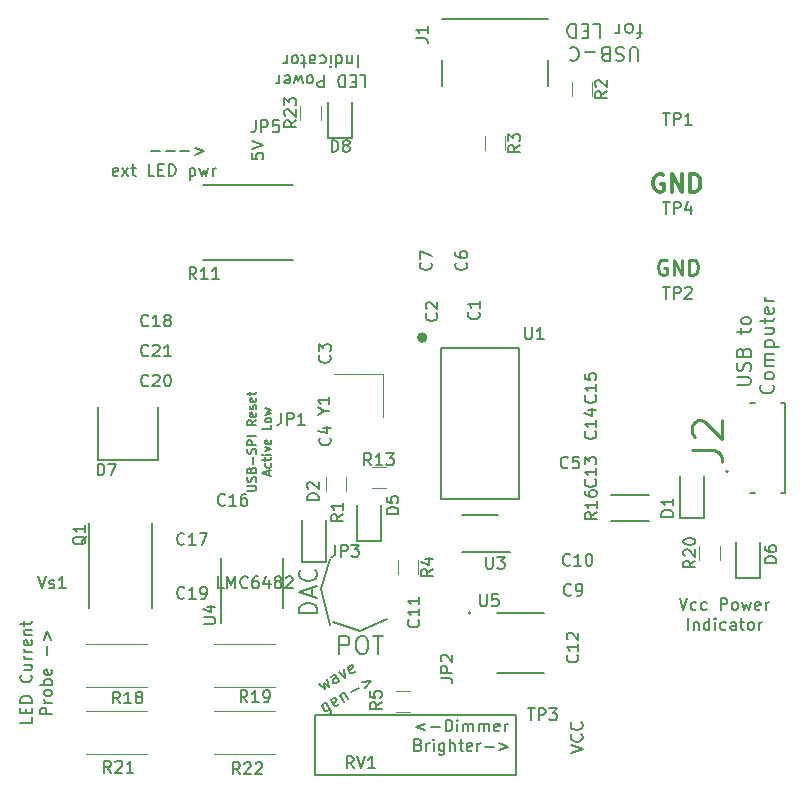
<source format=gbr>
G04 #@! TF.GenerationSoftware,KiCad,Pcbnew,(5.0.0)*
G04 #@! TF.CreationDate,2020-08-04T09:55:42-04:00*
G04 #@! TF.ProjectId,Lighting,4C69676874696E672E6B696361645F70,1*
G04 #@! TF.SameCoordinates,Original*
G04 #@! TF.FileFunction,Legend,Top*
G04 #@! TF.FilePolarity,Positive*
%FSLAX46Y46*%
G04 Gerber Fmt 4.6, Leading zero omitted, Abs format (unit mm)*
G04 Created by KiCad (PCBNEW (5.0.0)) date 08/04/20 09:55:42*
%MOMM*%
%LPD*%
G01*
G04 APERTURE LIST*
%ADD10C,0.200000*%
%ADD11C,0.160000*%
%ADD12C,0.180000*%
%ADD13C,0.254000*%
%ADD14C,0.300000*%
%ADD15C,0.127000*%
%ADD16C,0.150000*%
%ADD17C,0.120000*%
%ADD18C,0.152400*%
%ADD19C,0.250000*%
G04 APERTURE END LIST*
D10*
X231930000Y-113962571D02*
X231930000Y-112462571D01*
X232501428Y-112462571D01*
X232644285Y-112534000D01*
X232715714Y-112605428D01*
X232787142Y-112748285D01*
X232787142Y-112962571D01*
X232715714Y-113105428D01*
X232644285Y-113176857D01*
X232501428Y-113248285D01*
X231930000Y-113248285D01*
X233715714Y-112462571D02*
X234001428Y-112462571D01*
X234144285Y-112534000D01*
X234287142Y-112676857D01*
X234358571Y-112962571D01*
X234358571Y-113462571D01*
X234287142Y-113748285D01*
X234144285Y-113891142D01*
X234001428Y-113962571D01*
X233715714Y-113962571D01*
X233572857Y-113891142D01*
X233430000Y-113748285D01*
X233358571Y-113462571D01*
X233358571Y-112962571D01*
X233430000Y-112676857D01*
X233572857Y-112534000D01*
X233715714Y-112462571D01*
X234787142Y-112462571D02*
X235644285Y-112462571D01*
X235215714Y-113962571D02*
X235215714Y-112462571D01*
X233680000Y-112014000D02*
X235966000Y-110998000D01*
X231394000Y-111252000D02*
X233680000Y-112014000D01*
X230040571Y-110497714D02*
X228540571Y-110497714D01*
X228540571Y-110140571D01*
X228612000Y-109926285D01*
X228754857Y-109783428D01*
X228897714Y-109712000D01*
X229183428Y-109640571D01*
X229397714Y-109640571D01*
X229683428Y-109712000D01*
X229826285Y-109783428D01*
X229969142Y-109926285D01*
X230040571Y-110140571D01*
X230040571Y-110497714D01*
X229612000Y-109069142D02*
X229612000Y-108354857D01*
X230040571Y-109212000D02*
X228540571Y-108712000D01*
X230040571Y-108212000D01*
X229897714Y-106854857D02*
X229969142Y-106926285D01*
X230040571Y-107140571D01*
X230040571Y-107283428D01*
X229969142Y-107497714D01*
X229826285Y-107640571D01*
X229683428Y-107712000D01*
X229397714Y-107783428D01*
X229183428Y-107783428D01*
X228897714Y-107712000D01*
X228754857Y-107640571D01*
X228612000Y-107497714D01*
X228540571Y-107283428D01*
X228540571Y-107140571D01*
X228612000Y-106926285D01*
X228683428Y-106854857D01*
X230378000Y-108458000D02*
X231140000Y-111506000D01*
X231140000Y-105918000D02*
X230378000Y-108458000D01*
X229870000Y-124206000D02*
X229870000Y-119126000D01*
X230124000Y-124206000D02*
X229870000Y-124206000D01*
X246888000Y-124206000D02*
X230124000Y-124206000D01*
X246888000Y-119126000D02*
X246888000Y-124206000D01*
X229870000Y-119126000D02*
X246888000Y-119126000D01*
X215973161Y-71408228D02*
X216735066Y-71408228D01*
X217211257Y-71408228D02*
X217973161Y-71408228D01*
X218449352Y-71408228D02*
X219211257Y-71408228D01*
X219687447Y-71122514D02*
X220449352Y-71408228D01*
X219687447Y-71693942D01*
X213163638Y-73441561D02*
X213068400Y-73489180D01*
X212877923Y-73489180D01*
X212782685Y-73441561D01*
X212735066Y-73346323D01*
X212735066Y-72965371D01*
X212782685Y-72870133D01*
X212877923Y-72822514D01*
X213068400Y-72822514D01*
X213163638Y-72870133D01*
X213211257Y-72965371D01*
X213211257Y-73060609D01*
X212735066Y-73155847D01*
X213544590Y-73489180D02*
X214068400Y-72822514D01*
X213544590Y-72822514D02*
X214068400Y-73489180D01*
X214306495Y-72822514D02*
X214687447Y-72822514D01*
X214449352Y-72489180D02*
X214449352Y-73346323D01*
X214496971Y-73441561D01*
X214592209Y-73489180D01*
X214687447Y-73489180D01*
X216258876Y-73489180D02*
X215782685Y-73489180D01*
X215782685Y-72489180D01*
X216592209Y-72965371D02*
X216925542Y-72965371D01*
X217068400Y-73489180D02*
X216592209Y-73489180D01*
X216592209Y-72489180D01*
X217068400Y-72489180D01*
X217496971Y-73489180D02*
X217496971Y-72489180D01*
X217735066Y-72489180D01*
X217877923Y-72536800D01*
X217973161Y-72632038D01*
X218020780Y-72727276D01*
X218068400Y-72917752D01*
X218068400Y-73060609D01*
X218020780Y-73251085D01*
X217973161Y-73346323D01*
X217877923Y-73441561D01*
X217735066Y-73489180D01*
X217496971Y-73489180D01*
X219258876Y-72822514D02*
X219258876Y-73822514D01*
X219258876Y-72870133D02*
X219354114Y-72822514D01*
X219544590Y-72822514D01*
X219639828Y-72870133D01*
X219687447Y-72917752D01*
X219735066Y-73012990D01*
X219735066Y-73298704D01*
X219687447Y-73393942D01*
X219639828Y-73441561D01*
X219544590Y-73489180D01*
X219354114Y-73489180D01*
X219258876Y-73441561D01*
X220068400Y-72822514D02*
X220258876Y-73489180D01*
X220449352Y-73012990D01*
X220639828Y-73489180D01*
X220830304Y-72822514D01*
X221211257Y-73489180D02*
X221211257Y-72822514D01*
X221211257Y-73012990D02*
X221258876Y-72917752D01*
X221306495Y-72870133D01*
X221401733Y-72822514D01*
X221496971Y-72822514D01*
D11*
X239217580Y-119859714D02*
X238455676Y-120145428D01*
X239217580Y-120431142D01*
X239693771Y-120145428D02*
X240455676Y-120145428D01*
X240931866Y-120526380D02*
X240931866Y-119526380D01*
X241169961Y-119526380D01*
X241312819Y-119574000D01*
X241408057Y-119669238D01*
X241455676Y-119764476D01*
X241503295Y-119954952D01*
X241503295Y-120097809D01*
X241455676Y-120288285D01*
X241408057Y-120383523D01*
X241312819Y-120478761D01*
X241169961Y-120526380D01*
X240931866Y-120526380D01*
X241931866Y-120526380D02*
X241931866Y-119859714D01*
X241931866Y-119526380D02*
X241884247Y-119574000D01*
X241931866Y-119621619D01*
X241979485Y-119574000D01*
X241931866Y-119526380D01*
X241931866Y-119621619D01*
X242408057Y-120526380D02*
X242408057Y-119859714D01*
X242408057Y-119954952D02*
X242455676Y-119907333D01*
X242550914Y-119859714D01*
X242693771Y-119859714D01*
X242789009Y-119907333D01*
X242836628Y-120002571D01*
X242836628Y-120526380D01*
X242836628Y-120002571D02*
X242884247Y-119907333D01*
X242979485Y-119859714D01*
X243122342Y-119859714D01*
X243217580Y-119907333D01*
X243265200Y-120002571D01*
X243265200Y-120526380D01*
X243741390Y-120526380D02*
X243741390Y-119859714D01*
X243741390Y-119954952D02*
X243789009Y-119907333D01*
X243884247Y-119859714D01*
X244027104Y-119859714D01*
X244122342Y-119907333D01*
X244169961Y-120002571D01*
X244169961Y-120526380D01*
X244169961Y-120002571D02*
X244217580Y-119907333D01*
X244312819Y-119859714D01*
X244455676Y-119859714D01*
X244550914Y-119907333D01*
X244598533Y-120002571D01*
X244598533Y-120526380D01*
X245455676Y-120478761D02*
X245360438Y-120526380D01*
X245169961Y-120526380D01*
X245074723Y-120478761D01*
X245027104Y-120383523D01*
X245027104Y-120002571D01*
X245074723Y-119907333D01*
X245169961Y-119859714D01*
X245360438Y-119859714D01*
X245455676Y-119907333D01*
X245503295Y-120002571D01*
X245503295Y-120097809D01*
X245027104Y-120193047D01*
X245931866Y-120526380D02*
X245931866Y-119859714D01*
X245931866Y-120050190D02*
X245979485Y-119954952D01*
X246027104Y-119907333D01*
X246122342Y-119859714D01*
X246217580Y-119859714D01*
X238622342Y-121662571D02*
X238765200Y-121710190D01*
X238812819Y-121757809D01*
X238860438Y-121853047D01*
X238860438Y-121995904D01*
X238812819Y-122091142D01*
X238765200Y-122138761D01*
X238669961Y-122186380D01*
X238289009Y-122186380D01*
X238289009Y-121186380D01*
X238622342Y-121186380D01*
X238717580Y-121234000D01*
X238765200Y-121281619D01*
X238812819Y-121376857D01*
X238812819Y-121472095D01*
X238765200Y-121567333D01*
X238717580Y-121614952D01*
X238622342Y-121662571D01*
X238289009Y-121662571D01*
X239289009Y-122186380D02*
X239289009Y-121519714D01*
X239289009Y-121710190D02*
X239336628Y-121614952D01*
X239384247Y-121567333D01*
X239479485Y-121519714D01*
X239574723Y-121519714D01*
X239908057Y-122186380D02*
X239908057Y-121519714D01*
X239908057Y-121186380D02*
X239860438Y-121234000D01*
X239908057Y-121281619D01*
X239955676Y-121234000D01*
X239908057Y-121186380D01*
X239908057Y-121281619D01*
X240812819Y-121519714D02*
X240812819Y-122329238D01*
X240765200Y-122424476D01*
X240717580Y-122472095D01*
X240622342Y-122519714D01*
X240479485Y-122519714D01*
X240384247Y-122472095D01*
X240812819Y-122138761D02*
X240717580Y-122186380D01*
X240527104Y-122186380D01*
X240431866Y-122138761D01*
X240384247Y-122091142D01*
X240336628Y-121995904D01*
X240336628Y-121710190D01*
X240384247Y-121614952D01*
X240431866Y-121567333D01*
X240527104Y-121519714D01*
X240717580Y-121519714D01*
X240812819Y-121567333D01*
X241289009Y-122186380D02*
X241289009Y-121186380D01*
X241717580Y-122186380D02*
X241717580Y-121662571D01*
X241669961Y-121567333D01*
X241574723Y-121519714D01*
X241431866Y-121519714D01*
X241336628Y-121567333D01*
X241289009Y-121614952D01*
X242050914Y-121519714D02*
X242431866Y-121519714D01*
X242193771Y-121186380D02*
X242193771Y-122043523D01*
X242241390Y-122138761D01*
X242336628Y-122186380D01*
X242431866Y-122186380D01*
X243146152Y-122138761D02*
X243050914Y-122186380D01*
X242860438Y-122186380D01*
X242765200Y-122138761D01*
X242717580Y-122043523D01*
X242717580Y-121662571D01*
X242765200Y-121567333D01*
X242860438Y-121519714D01*
X243050914Y-121519714D01*
X243146152Y-121567333D01*
X243193771Y-121662571D01*
X243193771Y-121757809D01*
X242717580Y-121853047D01*
X243622342Y-122186380D02*
X243622342Y-121519714D01*
X243622342Y-121710190D02*
X243669961Y-121614952D01*
X243717580Y-121567333D01*
X243812819Y-121519714D01*
X243908057Y-121519714D01*
X244241390Y-121805428D02*
X245003295Y-121805428D01*
X245479485Y-121519714D02*
X246241390Y-121805428D01*
X245479485Y-122091142D01*
D12*
X205911180Y-119331904D02*
X205911180Y-119808095D01*
X204911180Y-119808095D01*
X205387371Y-118998571D02*
X205387371Y-118665238D01*
X205911180Y-118522380D02*
X205911180Y-118998571D01*
X204911180Y-118998571D01*
X204911180Y-118522380D01*
X205911180Y-118093809D02*
X204911180Y-118093809D01*
X204911180Y-117855714D01*
X204958800Y-117712857D01*
X205054038Y-117617619D01*
X205149276Y-117570000D01*
X205339752Y-117522380D01*
X205482609Y-117522380D01*
X205673085Y-117570000D01*
X205768323Y-117617619D01*
X205863561Y-117712857D01*
X205911180Y-117855714D01*
X205911180Y-118093809D01*
X205815942Y-115760476D02*
X205863561Y-115808095D01*
X205911180Y-115950952D01*
X205911180Y-116046190D01*
X205863561Y-116189047D01*
X205768323Y-116284285D01*
X205673085Y-116331904D01*
X205482609Y-116379523D01*
X205339752Y-116379523D01*
X205149276Y-116331904D01*
X205054038Y-116284285D01*
X204958800Y-116189047D01*
X204911180Y-116046190D01*
X204911180Y-115950952D01*
X204958800Y-115808095D01*
X205006419Y-115760476D01*
X205244514Y-114903333D02*
X205911180Y-114903333D01*
X205244514Y-115331904D02*
X205768323Y-115331904D01*
X205863561Y-115284285D01*
X205911180Y-115189047D01*
X205911180Y-115046190D01*
X205863561Y-114950952D01*
X205815942Y-114903333D01*
X205911180Y-114427142D02*
X205244514Y-114427142D01*
X205434990Y-114427142D02*
X205339752Y-114379523D01*
X205292133Y-114331904D01*
X205244514Y-114236666D01*
X205244514Y-114141428D01*
X205911180Y-113808095D02*
X205244514Y-113808095D01*
X205434990Y-113808095D02*
X205339752Y-113760476D01*
X205292133Y-113712857D01*
X205244514Y-113617619D01*
X205244514Y-113522380D01*
X205863561Y-112808095D02*
X205911180Y-112903333D01*
X205911180Y-113093809D01*
X205863561Y-113189047D01*
X205768323Y-113236666D01*
X205387371Y-113236666D01*
X205292133Y-113189047D01*
X205244514Y-113093809D01*
X205244514Y-112903333D01*
X205292133Y-112808095D01*
X205387371Y-112760476D01*
X205482609Y-112760476D01*
X205577847Y-113236666D01*
X205244514Y-112331904D02*
X205911180Y-112331904D01*
X205339752Y-112331904D02*
X205292133Y-112284285D01*
X205244514Y-112189047D01*
X205244514Y-112046190D01*
X205292133Y-111950952D01*
X205387371Y-111903333D01*
X205911180Y-111903333D01*
X205244514Y-111570000D02*
X205244514Y-111189047D01*
X204911180Y-111427142D02*
X205768323Y-111427142D01*
X205863561Y-111379523D01*
X205911180Y-111284285D01*
X205911180Y-111189047D01*
X207591180Y-119093809D02*
X206591180Y-119093809D01*
X206591180Y-118712857D01*
X206638800Y-118617619D01*
X206686419Y-118570000D01*
X206781657Y-118522380D01*
X206924514Y-118522380D01*
X207019752Y-118570000D01*
X207067371Y-118617619D01*
X207114990Y-118712857D01*
X207114990Y-119093809D01*
X207591180Y-118093809D02*
X206924514Y-118093809D01*
X207114990Y-118093809D02*
X207019752Y-118046190D01*
X206972133Y-117998571D01*
X206924514Y-117903333D01*
X206924514Y-117808095D01*
X207591180Y-117331904D02*
X207543561Y-117427142D01*
X207495942Y-117474761D01*
X207400704Y-117522380D01*
X207114990Y-117522380D01*
X207019752Y-117474761D01*
X206972133Y-117427142D01*
X206924514Y-117331904D01*
X206924514Y-117189047D01*
X206972133Y-117093809D01*
X207019752Y-117046190D01*
X207114990Y-116998571D01*
X207400704Y-116998571D01*
X207495942Y-117046190D01*
X207543561Y-117093809D01*
X207591180Y-117189047D01*
X207591180Y-117331904D01*
X207591180Y-116570000D02*
X206591180Y-116570000D01*
X206972133Y-116570000D02*
X206924514Y-116474761D01*
X206924514Y-116284285D01*
X206972133Y-116189047D01*
X207019752Y-116141428D01*
X207114990Y-116093809D01*
X207400704Y-116093809D01*
X207495942Y-116141428D01*
X207543561Y-116189047D01*
X207591180Y-116284285D01*
X207591180Y-116474761D01*
X207543561Y-116570000D01*
X207543561Y-115284285D02*
X207591180Y-115379523D01*
X207591180Y-115570000D01*
X207543561Y-115665238D01*
X207448323Y-115712857D01*
X207067371Y-115712857D01*
X206972133Y-115665238D01*
X206924514Y-115570000D01*
X206924514Y-115379523D01*
X206972133Y-115284285D01*
X207067371Y-115236666D01*
X207162609Y-115236666D01*
X207257847Y-115712857D01*
X207210228Y-114046190D02*
X207210228Y-113284285D01*
X206924514Y-112808095D02*
X207210228Y-112046190D01*
X207495942Y-112808095D01*
X265560857Y-91198285D02*
X266532285Y-91198285D01*
X266646571Y-91141142D01*
X266703714Y-91084000D01*
X266760857Y-90969714D01*
X266760857Y-90741142D01*
X266703714Y-90626857D01*
X266646571Y-90569714D01*
X266532285Y-90512571D01*
X265560857Y-90512571D01*
X266703714Y-89998285D02*
X266760857Y-89826857D01*
X266760857Y-89541142D01*
X266703714Y-89426857D01*
X266646571Y-89369714D01*
X266532285Y-89312571D01*
X266418000Y-89312571D01*
X266303714Y-89369714D01*
X266246571Y-89426857D01*
X266189428Y-89541142D01*
X266132285Y-89769714D01*
X266075142Y-89884000D01*
X266018000Y-89941142D01*
X265903714Y-89998285D01*
X265789428Y-89998285D01*
X265675142Y-89941142D01*
X265618000Y-89884000D01*
X265560857Y-89769714D01*
X265560857Y-89484000D01*
X265618000Y-89312571D01*
X266132285Y-88398285D02*
X266189428Y-88226857D01*
X266246571Y-88169714D01*
X266360857Y-88112571D01*
X266532285Y-88112571D01*
X266646571Y-88169714D01*
X266703714Y-88226857D01*
X266760857Y-88341142D01*
X266760857Y-88798285D01*
X265560857Y-88798285D01*
X265560857Y-88398285D01*
X265618000Y-88284000D01*
X265675142Y-88226857D01*
X265789428Y-88169714D01*
X265903714Y-88169714D01*
X266018000Y-88226857D01*
X266075142Y-88284000D01*
X266132285Y-88398285D01*
X266132285Y-88798285D01*
X265960857Y-86855428D02*
X265960857Y-86398285D01*
X265560857Y-86684000D02*
X266589428Y-86684000D01*
X266703714Y-86626857D01*
X266760857Y-86512571D01*
X266760857Y-86398285D01*
X266760857Y-85826857D02*
X266703714Y-85941142D01*
X266646571Y-85998285D01*
X266532285Y-86055428D01*
X266189428Y-86055428D01*
X266075142Y-85998285D01*
X266018000Y-85941142D01*
X265960857Y-85826857D01*
X265960857Y-85655428D01*
X266018000Y-85541142D01*
X266075142Y-85484000D01*
X266189428Y-85426857D01*
X266532285Y-85426857D01*
X266646571Y-85484000D01*
X266703714Y-85541142D01*
X266760857Y-85655428D01*
X266760857Y-85826857D01*
X268626571Y-91169714D02*
X268683714Y-91226857D01*
X268740857Y-91398285D01*
X268740857Y-91512571D01*
X268683714Y-91684000D01*
X268569428Y-91798285D01*
X268455142Y-91855428D01*
X268226571Y-91912571D01*
X268055142Y-91912571D01*
X267826571Y-91855428D01*
X267712285Y-91798285D01*
X267598000Y-91684000D01*
X267540857Y-91512571D01*
X267540857Y-91398285D01*
X267598000Y-91226857D01*
X267655142Y-91169714D01*
X268740857Y-90484000D02*
X268683714Y-90598285D01*
X268626571Y-90655428D01*
X268512285Y-90712571D01*
X268169428Y-90712571D01*
X268055142Y-90655428D01*
X267998000Y-90598285D01*
X267940857Y-90484000D01*
X267940857Y-90312571D01*
X267998000Y-90198285D01*
X268055142Y-90141142D01*
X268169428Y-90084000D01*
X268512285Y-90084000D01*
X268626571Y-90141142D01*
X268683714Y-90198285D01*
X268740857Y-90312571D01*
X268740857Y-90484000D01*
X268740857Y-89569714D02*
X267940857Y-89569714D01*
X268055142Y-89569714D02*
X267998000Y-89512571D01*
X267940857Y-89398285D01*
X267940857Y-89226857D01*
X267998000Y-89112571D01*
X268112285Y-89055428D01*
X268740857Y-89055428D01*
X268112285Y-89055428D02*
X267998000Y-88998285D01*
X267940857Y-88884000D01*
X267940857Y-88712571D01*
X267998000Y-88598285D01*
X268112285Y-88541142D01*
X268740857Y-88541142D01*
X267940857Y-87969714D02*
X269140857Y-87969714D01*
X267998000Y-87969714D02*
X267940857Y-87855428D01*
X267940857Y-87626857D01*
X267998000Y-87512571D01*
X268055142Y-87455428D01*
X268169428Y-87398285D01*
X268512285Y-87398285D01*
X268626571Y-87455428D01*
X268683714Y-87512571D01*
X268740857Y-87626857D01*
X268740857Y-87855428D01*
X268683714Y-87969714D01*
X267940857Y-86369714D02*
X268740857Y-86369714D01*
X267940857Y-86884000D02*
X268569428Y-86884000D01*
X268683714Y-86826857D01*
X268740857Y-86712571D01*
X268740857Y-86541142D01*
X268683714Y-86426857D01*
X268626571Y-86369714D01*
X267940857Y-85969714D02*
X267940857Y-85512571D01*
X267540857Y-85798285D02*
X268569428Y-85798285D01*
X268683714Y-85741142D01*
X268740857Y-85626857D01*
X268740857Y-85512571D01*
X268683714Y-84655428D02*
X268740857Y-84769714D01*
X268740857Y-84998285D01*
X268683714Y-85112571D01*
X268569428Y-85169714D01*
X268112285Y-85169714D01*
X267998000Y-85112571D01*
X267940857Y-84998285D01*
X267940857Y-84769714D01*
X267998000Y-84655428D01*
X268112285Y-84598285D01*
X268226571Y-84598285D01*
X268340857Y-85169714D01*
X268740857Y-84084000D02*
X267940857Y-84084000D01*
X268169428Y-84084000D02*
X268055142Y-84026857D01*
X267998000Y-83969714D01*
X267940857Y-83855428D01*
X267940857Y-83741142D01*
X257212742Y-63775542D02*
X257212742Y-62804114D01*
X257155600Y-62689828D01*
X257098457Y-62632685D01*
X256984171Y-62575542D01*
X256755600Y-62575542D01*
X256641314Y-62632685D01*
X256584171Y-62689828D01*
X256527028Y-62804114D01*
X256527028Y-63775542D01*
X256012742Y-62632685D02*
X255841314Y-62575542D01*
X255555600Y-62575542D01*
X255441314Y-62632685D01*
X255384171Y-62689828D01*
X255327028Y-62804114D01*
X255327028Y-62918400D01*
X255384171Y-63032685D01*
X255441314Y-63089828D01*
X255555600Y-63146971D01*
X255784171Y-63204114D01*
X255898457Y-63261257D01*
X255955600Y-63318400D01*
X256012742Y-63432685D01*
X256012742Y-63546971D01*
X255955600Y-63661257D01*
X255898457Y-63718400D01*
X255784171Y-63775542D01*
X255498457Y-63775542D01*
X255327028Y-63718400D01*
X254412742Y-63204114D02*
X254241314Y-63146971D01*
X254184171Y-63089828D01*
X254127028Y-62975542D01*
X254127028Y-62804114D01*
X254184171Y-62689828D01*
X254241314Y-62632685D01*
X254355600Y-62575542D01*
X254812742Y-62575542D01*
X254812742Y-63775542D01*
X254412742Y-63775542D01*
X254298457Y-63718400D01*
X254241314Y-63661257D01*
X254184171Y-63546971D01*
X254184171Y-63432685D01*
X254241314Y-63318400D01*
X254298457Y-63261257D01*
X254412742Y-63204114D01*
X254812742Y-63204114D01*
X253612742Y-63032685D02*
X252698457Y-63032685D01*
X251441314Y-62689828D02*
X251498457Y-62632685D01*
X251669885Y-62575542D01*
X251784171Y-62575542D01*
X251955600Y-62632685D01*
X252069885Y-62746971D01*
X252127028Y-62861257D01*
X252184171Y-63089828D01*
X252184171Y-63261257D01*
X252127028Y-63489828D01*
X252069885Y-63604114D01*
X251955600Y-63718400D01*
X251784171Y-63775542D01*
X251669885Y-63775542D01*
X251498457Y-63718400D01*
X251441314Y-63661257D01*
X257584171Y-61395542D02*
X257127028Y-61395542D01*
X257412742Y-60595542D02*
X257412742Y-61624114D01*
X257355600Y-61738400D01*
X257241314Y-61795542D01*
X257127028Y-61795542D01*
X256555600Y-60595542D02*
X256669885Y-60652685D01*
X256727028Y-60709828D01*
X256784171Y-60824114D01*
X256784171Y-61166971D01*
X256727028Y-61281257D01*
X256669885Y-61338400D01*
X256555600Y-61395542D01*
X256384171Y-61395542D01*
X256269885Y-61338400D01*
X256212742Y-61281257D01*
X256155600Y-61166971D01*
X256155600Y-60824114D01*
X256212742Y-60709828D01*
X256269885Y-60652685D01*
X256384171Y-60595542D01*
X256555600Y-60595542D01*
X255641314Y-60595542D02*
X255641314Y-61395542D01*
X255641314Y-61166971D02*
X255584171Y-61281257D01*
X255527028Y-61338400D01*
X255412742Y-61395542D01*
X255298457Y-61395542D01*
X253412742Y-60595542D02*
X253984171Y-60595542D01*
X253984171Y-61795542D01*
X253012742Y-61224114D02*
X252612742Y-61224114D01*
X252441314Y-60595542D02*
X253012742Y-60595542D01*
X253012742Y-61795542D01*
X252441314Y-61795542D01*
X251927028Y-60595542D02*
X251927028Y-61795542D01*
X251641314Y-61795542D01*
X251469885Y-61738400D01*
X251355600Y-61624114D01*
X251298457Y-61509828D01*
X251241314Y-61281257D01*
X251241314Y-61109828D01*
X251298457Y-60881257D01*
X251355600Y-60766971D01*
X251469885Y-60652685D01*
X251641314Y-60595542D01*
X251927028Y-60595542D01*
D10*
X233641495Y-64989819D02*
X234117685Y-64989819D01*
X234117685Y-65989819D01*
X233308161Y-65513628D02*
X232974828Y-65513628D01*
X232831971Y-64989819D02*
X233308161Y-64989819D01*
X233308161Y-65989819D01*
X232831971Y-65989819D01*
X232403400Y-64989819D02*
X232403400Y-65989819D01*
X232165304Y-65989819D01*
X232022447Y-65942200D01*
X231927209Y-65846961D01*
X231879590Y-65751723D01*
X231831971Y-65561247D01*
X231831971Y-65418390D01*
X231879590Y-65227914D01*
X231927209Y-65132676D01*
X232022447Y-65037438D01*
X232165304Y-64989819D01*
X232403400Y-64989819D01*
X230641495Y-64989819D02*
X230641495Y-65989819D01*
X230260542Y-65989819D01*
X230165304Y-65942200D01*
X230117685Y-65894580D01*
X230070066Y-65799342D01*
X230070066Y-65656485D01*
X230117685Y-65561247D01*
X230165304Y-65513628D01*
X230260542Y-65466009D01*
X230641495Y-65466009D01*
X229498638Y-64989819D02*
X229593876Y-65037438D01*
X229641495Y-65085057D01*
X229689114Y-65180295D01*
X229689114Y-65466009D01*
X229641495Y-65561247D01*
X229593876Y-65608866D01*
X229498638Y-65656485D01*
X229355780Y-65656485D01*
X229260542Y-65608866D01*
X229212923Y-65561247D01*
X229165304Y-65466009D01*
X229165304Y-65180295D01*
X229212923Y-65085057D01*
X229260542Y-65037438D01*
X229355780Y-64989819D01*
X229498638Y-64989819D01*
X228831971Y-65656485D02*
X228641495Y-64989819D01*
X228451019Y-65466009D01*
X228260542Y-64989819D01*
X228070066Y-65656485D01*
X227308161Y-65037438D02*
X227403400Y-64989819D01*
X227593876Y-64989819D01*
X227689114Y-65037438D01*
X227736733Y-65132676D01*
X227736733Y-65513628D01*
X227689114Y-65608866D01*
X227593876Y-65656485D01*
X227403400Y-65656485D01*
X227308161Y-65608866D01*
X227260542Y-65513628D01*
X227260542Y-65418390D01*
X227736733Y-65323152D01*
X226831971Y-64989819D02*
X226831971Y-65656485D01*
X226831971Y-65466009D02*
X226784352Y-65561247D01*
X226736733Y-65608866D01*
X226641495Y-65656485D01*
X226546257Y-65656485D01*
X233474828Y-63289819D02*
X233474828Y-64289819D01*
X232998638Y-63956485D02*
X232998638Y-63289819D01*
X232998638Y-63861247D02*
X232951019Y-63908866D01*
X232855780Y-63956485D01*
X232712923Y-63956485D01*
X232617685Y-63908866D01*
X232570066Y-63813628D01*
X232570066Y-63289819D01*
X231665304Y-63289819D02*
X231665304Y-64289819D01*
X231665304Y-63337438D02*
X231760542Y-63289819D01*
X231951019Y-63289819D01*
X232046257Y-63337438D01*
X232093876Y-63385057D01*
X232141495Y-63480295D01*
X232141495Y-63766009D01*
X232093876Y-63861247D01*
X232046257Y-63908866D01*
X231951019Y-63956485D01*
X231760542Y-63956485D01*
X231665304Y-63908866D01*
X231189114Y-63289819D02*
X231189114Y-63956485D01*
X231189114Y-64289819D02*
X231236733Y-64242200D01*
X231189114Y-64194580D01*
X231141495Y-64242200D01*
X231189114Y-64289819D01*
X231189114Y-64194580D01*
X230284352Y-63337438D02*
X230379590Y-63289819D01*
X230570066Y-63289819D01*
X230665304Y-63337438D01*
X230712923Y-63385057D01*
X230760542Y-63480295D01*
X230760542Y-63766009D01*
X230712923Y-63861247D01*
X230665304Y-63908866D01*
X230570066Y-63956485D01*
X230379590Y-63956485D01*
X230284352Y-63908866D01*
X229427209Y-63289819D02*
X229427209Y-63813628D01*
X229474828Y-63908866D01*
X229570066Y-63956485D01*
X229760542Y-63956485D01*
X229855780Y-63908866D01*
X229427209Y-63337438D02*
X229522447Y-63289819D01*
X229760542Y-63289819D01*
X229855780Y-63337438D01*
X229903400Y-63432676D01*
X229903400Y-63527914D01*
X229855780Y-63623152D01*
X229760542Y-63670771D01*
X229522447Y-63670771D01*
X229427209Y-63718390D01*
X229093876Y-63956485D02*
X228712923Y-63956485D01*
X228951019Y-64289819D02*
X228951019Y-63432676D01*
X228903400Y-63337438D01*
X228808161Y-63289819D01*
X228712923Y-63289819D01*
X228236733Y-63289819D02*
X228331971Y-63337438D01*
X228379590Y-63385057D01*
X228427209Y-63480295D01*
X228427209Y-63766009D01*
X228379590Y-63861247D01*
X228331971Y-63908866D01*
X228236733Y-63956485D01*
X228093876Y-63956485D01*
X227998638Y-63908866D01*
X227951019Y-63861247D01*
X227903400Y-63766009D01*
X227903400Y-63480295D01*
X227951019Y-63385057D01*
X227998638Y-63337438D01*
X228093876Y-63289819D01*
X228236733Y-63289819D01*
X227474828Y-63289819D02*
X227474828Y-63956485D01*
X227474828Y-63766009D02*
X227427209Y-63861247D01*
X227379590Y-63908866D01*
X227284352Y-63956485D01*
X227189114Y-63956485D01*
X260729885Y-109244780D02*
X261063219Y-110244780D01*
X261396552Y-109244780D01*
X262158457Y-110197161D02*
X262063219Y-110244780D01*
X261872742Y-110244780D01*
X261777504Y-110197161D01*
X261729885Y-110149542D01*
X261682266Y-110054304D01*
X261682266Y-109768590D01*
X261729885Y-109673352D01*
X261777504Y-109625733D01*
X261872742Y-109578114D01*
X262063219Y-109578114D01*
X262158457Y-109625733D01*
X263015600Y-110197161D02*
X262920361Y-110244780D01*
X262729885Y-110244780D01*
X262634647Y-110197161D01*
X262587028Y-110149542D01*
X262539409Y-110054304D01*
X262539409Y-109768590D01*
X262587028Y-109673352D01*
X262634647Y-109625733D01*
X262729885Y-109578114D01*
X262920361Y-109578114D01*
X263015600Y-109625733D01*
X264206076Y-110244780D02*
X264206076Y-109244780D01*
X264587028Y-109244780D01*
X264682266Y-109292400D01*
X264729885Y-109340019D01*
X264777504Y-109435257D01*
X264777504Y-109578114D01*
X264729885Y-109673352D01*
X264682266Y-109720971D01*
X264587028Y-109768590D01*
X264206076Y-109768590D01*
X265348933Y-110244780D02*
X265253695Y-110197161D01*
X265206076Y-110149542D01*
X265158457Y-110054304D01*
X265158457Y-109768590D01*
X265206076Y-109673352D01*
X265253695Y-109625733D01*
X265348933Y-109578114D01*
X265491790Y-109578114D01*
X265587028Y-109625733D01*
X265634647Y-109673352D01*
X265682266Y-109768590D01*
X265682266Y-110054304D01*
X265634647Y-110149542D01*
X265587028Y-110197161D01*
X265491790Y-110244780D01*
X265348933Y-110244780D01*
X266015600Y-109578114D02*
X266206076Y-110244780D01*
X266396552Y-109768590D01*
X266587028Y-110244780D01*
X266777504Y-109578114D01*
X267539409Y-110197161D02*
X267444171Y-110244780D01*
X267253695Y-110244780D01*
X267158457Y-110197161D01*
X267110838Y-110101923D01*
X267110838Y-109720971D01*
X267158457Y-109625733D01*
X267253695Y-109578114D01*
X267444171Y-109578114D01*
X267539409Y-109625733D01*
X267587028Y-109720971D01*
X267587028Y-109816209D01*
X267110838Y-109911447D01*
X268015600Y-110244780D02*
X268015600Y-109578114D01*
X268015600Y-109768590D02*
X268063219Y-109673352D01*
X268110838Y-109625733D01*
X268206076Y-109578114D01*
X268301314Y-109578114D01*
X261444171Y-111944780D02*
X261444171Y-110944780D01*
X261920361Y-111278114D02*
X261920361Y-111944780D01*
X261920361Y-111373352D02*
X261967980Y-111325733D01*
X262063219Y-111278114D01*
X262206076Y-111278114D01*
X262301314Y-111325733D01*
X262348933Y-111420971D01*
X262348933Y-111944780D01*
X263253695Y-111944780D02*
X263253695Y-110944780D01*
X263253695Y-111897161D02*
X263158457Y-111944780D01*
X262967980Y-111944780D01*
X262872742Y-111897161D01*
X262825123Y-111849542D01*
X262777504Y-111754304D01*
X262777504Y-111468590D01*
X262825123Y-111373352D01*
X262872742Y-111325733D01*
X262967980Y-111278114D01*
X263158457Y-111278114D01*
X263253695Y-111325733D01*
X263729885Y-111944780D02*
X263729885Y-111278114D01*
X263729885Y-110944780D02*
X263682266Y-110992400D01*
X263729885Y-111040019D01*
X263777504Y-110992400D01*
X263729885Y-110944780D01*
X263729885Y-111040019D01*
X264634647Y-111897161D02*
X264539409Y-111944780D01*
X264348933Y-111944780D01*
X264253695Y-111897161D01*
X264206076Y-111849542D01*
X264158457Y-111754304D01*
X264158457Y-111468590D01*
X264206076Y-111373352D01*
X264253695Y-111325733D01*
X264348933Y-111278114D01*
X264539409Y-111278114D01*
X264634647Y-111325733D01*
X265491790Y-111944780D02*
X265491790Y-111420971D01*
X265444171Y-111325733D01*
X265348933Y-111278114D01*
X265158457Y-111278114D01*
X265063219Y-111325733D01*
X265491790Y-111897161D02*
X265396552Y-111944780D01*
X265158457Y-111944780D01*
X265063219Y-111897161D01*
X265015600Y-111801923D01*
X265015600Y-111706685D01*
X265063219Y-111611447D01*
X265158457Y-111563828D01*
X265396552Y-111563828D01*
X265491790Y-111516209D01*
X265825123Y-111278114D02*
X266206076Y-111278114D01*
X265967980Y-110944780D02*
X265967980Y-111801923D01*
X266015600Y-111897161D01*
X266110838Y-111944780D01*
X266206076Y-111944780D01*
X266682266Y-111944780D02*
X266587028Y-111897161D01*
X266539409Y-111849542D01*
X266491790Y-111754304D01*
X266491790Y-111468590D01*
X266539409Y-111373352D01*
X266587028Y-111325733D01*
X266682266Y-111278114D01*
X266825123Y-111278114D01*
X266920361Y-111325733D01*
X266967980Y-111373352D01*
X267015600Y-111468590D01*
X267015600Y-111754304D01*
X266967980Y-111849542D01*
X266920361Y-111897161D01*
X266825123Y-111944780D01*
X266682266Y-111944780D01*
X267444171Y-111944780D02*
X267444171Y-111278114D01*
X267444171Y-111468590D02*
X267491790Y-111373352D01*
X267539409Y-111325733D01*
X267634647Y-111278114D01*
X267729885Y-111278114D01*
X230201101Y-116485729D02*
X230699391Y-116967841D01*
X230626253Y-116460210D01*
X231029306Y-116777365D01*
X230860930Y-116104777D01*
X231895331Y-116277365D02*
X231633426Y-115823733D01*
X231544568Y-115765064D01*
X231438280Y-115771443D01*
X231273323Y-115866682D01*
X231214653Y-115955540D01*
X231871521Y-116236126D02*
X231812852Y-116324984D01*
X231606656Y-116444032D01*
X231500368Y-116450412D01*
X231411509Y-116391743D01*
X231363890Y-116309264D01*
X231357511Y-116202976D01*
X231416180Y-116114117D01*
X231622376Y-115995070D01*
X231681045Y-115906211D01*
X231891912Y-115509539D02*
X232431442Y-115967841D01*
X232304305Y-115271443D01*
X233273658Y-115426602D02*
X233214989Y-115515460D01*
X233050032Y-115610699D01*
X232943743Y-115617078D01*
X232854885Y-115558409D01*
X232664409Y-115228495D01*
X232658029Y-115122207D01*
X232716698Y-115033348D01*
X232881655Y-114938110D01*
X232987944Y-114931730D01*
X233076802Y-114990399D01*
X233124421Y-115072878D01*
X232759647Y-115393452D01*
X230824284Y-118088925D02*
X231229046Y-118789993D01*
X231235426Y-118896281D01*
X231217996Y-118961330D01*
X231159327Y-119050188D01*
X231035609Y-119121617D01*
X230929321Y-119127996D01*
X231133808Y-118625036D02*
X231075139Y-118713894D01*
X230910182Y-118809132D01*
X230803894Y-118815512D01*
X230738845Y-118798082D01*
X230649987Y-118739413D01*
X230507129Y-118491977D01*
X230500750Y-118385689D01*
X230518180Y-118320640D01*
X230576849Y-118231782D01*
X230741806Y-118136544D01*
X230848094Y-118130164D01*
X231876116Y-118196464D02*
X231817447Y-118285322D01*
X231652489Y-118380561D01*
X231546201Y-118386940D01*
X231457343Y-118328271D01*
X231266867Y-117998357D01*
X231260487Y-117892069D01*
X231319156Y-117803210D01*
X231484113Y-117707972D01*
X231590401Y-117701592D01*
X231679260Y-117760262D01*
X231726879Y-117842740D01*
X231362105Y-118163314D01*
X231978985Y-117422258D02*
X232312318Y-117999608D01*
X232026604Y-117504737D02*
X232044034Y-117439688D01*
X232102703Y-117350829D01*
X232226421Y-117279401D01*
X232332709Y-117273021D01*
X232421567Y-117331690D01*
X232683472Y-117785322D01*
X232905389Y-117217313D02*
X233565218Y-116836360D01*
X233834754Y-116350829D02*
X234637440Y-116217313D01*
X234120468Y-116845701D01*
D11*
X224117785Y-100154857D02*
X224724928Y-100154857D01*
X224796357Y-100119142D01*
X224832071Y-100083428D01*
X224867785Y-100012000D01*
X224867785Y-99869142D01*
X224832071Y-99797714D01*
X224796357Y-99762000D01*
X224724928Y-99726285D01*
X224117785Y-99726285D01*
X224832071Y-99404857D02*
X224867785Y-99297714D01*
X224867785Y-99119142D01*
X224832071Y-99047714D01*
X224796357Y-99012000D01*
X224724928Y-98976285D01*
X224653500Y-98976285D01*
X224582071Y-99012000D01*
X224546357Y-99047714D01*
X224510642Y-99119142D01*
X224474928Y-99262000D01*
X224439214Y-99333428D01*
X224403500Y-99369142D01*
X224332071Y-99404857D01*
X224260642Y-99404857D01*
X224189214Y-99369142D01*
X224153500Y-99333428D01*
X224117785Y-99262000D01*
X224117785Y-99083428D01*
X224153500Y-98976285D01*
X224474928Y-98404857D02*
X224510642Y-98297714D01*
X224546357Y-98262000D01*
X224617785Y-98226285D01*
X224724928Y-98226285D01*
X224796357Y-98262000D01*
X224832071Y-98297714D01*
X224867785Y-98369142D01*
X224867785Y-98654857D01*
X224117785Y-98654857D01*
X224117785Y-98404857D01*
X224153500Y-98333428D01*
X224189214Y-98297714D01*
X224260642Y-98262000D01*
X224332071Y-98262000D01*
X224403500Y-98297714D01*
X224439214Y-98333428D01*
X224474928Y-98404857D01*
X224474928Y-98654857D01*
X224582071Y-97904857D02*
X224582071Y-97333428D01*
X224832071Y-97012000D02*
X224867785Y-96904857D01*
X224867785Y-96726285D01*
X224832071Y-96654857D01*
X224796357Y-96619142D01*
X224724928Y-96583428D01*
X224653500Y-96583428D01*
X224582071Y-96619142D01*
X224546357Y-96654857D01*
X224510642Y-96726285D01*
X224474928Y-96869142D01*
X224439214Y-96940571D01*
X224403500Y-96976285D01*
X224332071Y-97012000D01*
X224260642Y-97012000D01*
X224189214Y-96976285D01*
X224153500Y-96940571D01*
X224117785Y-96869142D01*
X224117785Y-96690571D01*
X224153500Y-96583428D01*
X224867785Y-96262000D02*
X224117785Y-96262000D01*
X224117785Y-95976285D01*
X224153500Y-95904857D01*
X224189214Y-95869142D01*
X224260642Y-95833428D01*
X224367785Y-95833428D01*
X224439214Y-95869142D01*
X224474928Y-95904857D01*
X224510642Y-95976285D01*
X224510642Y-96262000D01*
X224867785Y-95512000D02*
X224117785Y-95512000D01*
X224867785Y-94154857D02*
X224510642Y-94404857D01*
X224867785Y-94583428D02*
X224117785Y-94583428D01*
X224117785Y-94297714D01*
X224153500Y-94226285D01*
X224189214Y-94190571D01*
X224260642Y-94154857D01*
X224367785Y-94154857D01*
X224439214Y-94190571D01*
X224474928Y-94226285D01*
X224510642Y-94297714D01*
X224510642Y-94583428D01*
X224832071Y-93547714D02*
X224867785Y-93619142D01*
X224867785Y-93762000D01*
X224832071Y-93833428D01*
X224760642Y-93869142D01*
X224474928Y-93869142D01*
X224403500Y-93833428D01*
X224367785Y-93762000D01*
X224367785Y-93619142D01*
X224403500Y-93547714D01*
X224474928Y-93512000D01*
X224546357Y-93512000D01*
X224617785Y-93869142D01*
X224832071Y-93226285D02*
X224867785Y-93154857D01*
X224867785Y-93012000D01*
X224832071Y-92940571D01*
X224760642Y-92904857D01*
X224724928Y-92904857D01*
X224653500Y-92940571D01*
X224617785Y-93012000D01*
X224617785Y-93119142D01*
X224582071Y-93190571D01*
X224510642Y-93226285D01*
X224474928Y-93226285D01*
X224403500Y-93190571D01*
X224367785Y-93119142D01*
X224367785Y-93012000D01*
X224403500Y-92940571D01*
X224832071Y-92297714D02*
X224867785Y-92369142D01*
X224867785Y-92512000D01*
X224832071Y-92583428D01*
X224760642Y-92619142D01*
X224474928Y-92619142D01*
X224403500Y-92583428D01*
X224367785Y-92512000D01*
X224367785Y-92369142D01*
X224403500Y-92297714D01*
X224474928Y-92262000D01*
X224546357Y-92262000D01*
X224617785Y-92619142D01*
X224367785Y-92047714D02*
X224367785Y-91762000D01*
X224117785Y-91940571D02*
X224760642Y-91940571D01*
X224832071Y-91904857D01*
X224867785Y-91833428D01*
X224867785Y-91762000D01*
X225938500Y-98833428D02*
X225938500Y-98476285D01*
X226152785Y-98904857D02*
X225402785Y-98654857D01*
X226152785Y-98404857D01*
X226117071Y-97833428D02*
X226152785Y-97904857D01*
X226152785Y-98047714D01*
X226117071Y-98119142D01*
X226081357Y-98154857D01*
X226009928Y-98190571D01*
X225795642Y-98190571D01*
X225724214Y-98154857D01*
X225688500Y-98119142D01*
X225652785Y-98047714D01*
X225652785Y-97904857D01*
X225688500Y-97833428D01*
X225652785Y-97619142D02*
X225652785Y-97333428D01*
X225402785Y-97512000D02*
X226045642Y-97512000D01*
X226117071Y-97476285D01*
X226152785Y-97404857D01*
X226152785Y-97333428D01*
X226152785Y-97083428D02*
X225652785Y-97083428D01*
X225402785Y-97083428D02*
X225438500Y-97119142D01*
X225474214Y-97083428D01*
X225438500Y-97047714D01*
X225402785Y-97083428D01*
X225474214Y-97083428D01*
X225652785Y-96797714D02*
X226152785Y-96619142D01*
X225652785Y-96440571D01*
X226117071Y-95869142D02*
X226152785Y-95940571D01*
X226152785Y-96083428D01*
X226117071Y-96154857D01*
X226045642Y-96190571D01*
X225759928Y-96190571D01*
X225688500Y-96154857D01*
X225652785Y-96083428D01*
X225652785Y-95940571D01*
X225688500Y-95869142D01*
X225759928Y-95833428D01*
X225831357Y-95833428D01*
X225902785Y-96190571D01*
X226152785Y-94583428D02*
X226152785Y-94940571D01*
X225402785Y-94940571D01*
X226152785Y-94226285D02*
X226117071Y-94297714D01*
X226081357Y-94333428D01*
X226009928Y-94369142D01*
X225795642Y-94369142D01*
X225724214Y-94333428D01*
X225688500Y-94297714D01*
X225652785Y-94226285D01*
X225652785Y-94119142D01*
X225688500Y-94047714D01*
X225724214Y-94012000D01*
X225795642Y-93976285D01*
X226009928Y-93976285D01*
X226081357Y-94012000D01*
X226117071Y-94047714D01*
X226152785Y-94119142D01*
X226152785Y-94226285D01*
X225652785Y-93726285D02*
X226152785Y-93583428D01*
X225795642Y-93440571D01*
X226152785Y-93297714D01*
X225652785Y-93154857D01*
D13*
X259636380Y-80645000D02*
X259515428Y-80584523D01*
X259334000Y-80584523D01*
X259152571Y-80645000D01*
X259031619Y-80765952D01*
X258971142Y-80886904D01*
X258910666Y-81128809D01*
X258910666Y-81310238D01*
X258971142Y-81552142D01*
X259031619Y-81673095D01*
X259152571Y-81794047D01*
X259334000Y-81854523D01*
X259454952Y-81854523D01*
X259636380Y-81794047D01*
X259696857Y-81733571D01*
X259696857Y-81310238D01*
X259454952Y-81310238D01*
X260241142Y-81854523D02*
X260241142Y-80584523D01*
X260966857Y-81854523D01*
X260966857Y-80584523D01*
X261571619Y-81854523D02*
X261571619Y-80584523D01*
X261874000Y-80584523D01*
X262055428Y-80645000D01*
X262176380Y-80765952D01*
X262236857Y-80886904D01*
X262297333Y-81128809D01*
X262297333Y-81310238D01*
X262236857Y-81552142D01*
X262176380Y-81673095D01*
X262055428Y-81794047D01*
X261874000Y-81854523D01*
X261571619Y-81854523D01*
D14*
X259359542Y-73418000D02*
X259216685Y-73346571D01*
X259002400Y-73346571D01*
X258788114Y-73418000D01*
X258645257Y-73560857D01*
X258573828Y-73703714D01*
X258502400Y-73989428D01*
X258502400Y-74203714D01*
X258573828Y-74489428D01*
X258645257Y-74632285D01*
X258788114Y-74775142D01*
X259002400Y-74846571D01*
X259145257Y-74846571D01*
X259359542Y-74775142D01*
X259430971Y-74703714D01*
X259430971Y-74203714D01*
X259145257Y-74203714D01*
X260073828Y-74846571D02*
X260073828Y-73346571D01*
X260930971Y-74846571D01*
X260930971Y-73346571D01*
X261645257Y-74846571D02*
X261645257Y-73346571D01*
X262002400Y-73346571D01*
X262216685Y-73418000D01*
X262359542Y-73560857D01*
X262430971Y-73703714D01*
X262502400Y-73989428D01*
X262502400Y-74203714D01*
X262430971Y-74489428D01*
X262359542Y-74632285D01*
X262216685Y-74775142D01*
X262002400Y-74846571D01*
X261645257Y-74846571D01*
D12*
X251521980Y-122338933D02*
X252521980Y-122005600D01*
X251521980Y-121672266D01*
X252426742Y-120767504D02*
X252474361Y-120815123D01*
X252521980Y-120957980D01*
X252521980Y-121053219D01*
X252474361Y-121196076D01*
X252379123Y-121291314D01*
X252283885Y-121338933D01*
X252093409Y-121386552D01*
X251950552Y-121386552D01*
X251760076Y-121338933D01*
X251664838Y-121291314D01*
X251569600Y-121196076D01*
X251521980Y-121053219D01*
X251521980Y-120957980D01*
X251569600Y-120815123D01*
X251617219Y-120767504D01*
X252426742Y-119767504D02*
X252474361Y-119815123D01*
X252521980Y-119957980D01*
X252521980Y-120053219D01*
X252474361Y-120196076D01*
X252379123Y-120291314D01*
X252283885Y-120338933D01*
X252093409Y-120386552D01*
X251950552Y-120386552D01*
X251760076Y-120338933D01*
X251664838Y-120291314D01*
X251569600Y-120196076D01*
X251521980Y-120053219D01*
X251521980Y-119957980D01*
X251569600Y-119815123D01*
X251617219Y-119767504D01*
X224496380Y-71564476D02*
X224496380Y-72040666D01*
X224972571Y-72088285D01*
X224924952Y-72040666D01*
X224877333Y-71945428D01*
X224877333Y-71707333D01*
X224924952Y-71612095D01*
X224972571Y-71564476D01*
X225067809Y-71516857D01*
X225305904Y-71516857D01*
X225401142Y-71564476D01*
X225448761Y-71612095D01*
X225496380Y-71707333D01*
X225496380Y-71945428D01*
X225448761Y-72040666D01*
X225401142Y-72088285D01*
X224496380Y-71231142D02*
X225496380Y-70897809D01*
X224496380Y-70564476D01*
D15*
G04 #@! TO.C,R11*
X220345000Y-80645000D02*
X227965000Y-80645000D01*
X220345000Y-74295000D02*
X227965000Y-74295000D01*
G04 #@! TO.C,J2*
X269324000Y-92720000D02*
X269624000Y-92720000D01*
X269324000Y-100320000D02*
X269624000Y-100320000D01*
X267124000Y-92720000D02*
X266724000Y-92720000D01*
X266724000Y-100320000D02*
X267124000Y-100320000D01*
X269674000Y-100320000D02*
X269674000Y-92720000D01*
D10*
X264824000Y-98520000D02*
G75*
G03X264824000Y-98520000I-100000J0D01*
G01*
D16*
G04 #@! TO.C,D5*
X233426000Y-104428000D02*
X233426000Y-101380000D01*
X235458000Y-104428000D02*
X235458000Y-101380000D01*
X233426000Y-104428000D02*
X235458000Y-104428000D01*
G04 #@! TO.C,D6*
X265484017Y-107574488D02*
X265484017Y-104526488D01*
X267516017Y-107574488D02*
X267516017Y-104526488D01*
X265484017Y-107574488D02*
X267516017Y-107574488D01*
G04 #@! TO.C,D7*
X216540000Y-97540000D02*
X216540000Y-93095000D01*
X211460000Y-97540000D02*
X216540000Y-97540000D01*
X211460000Y-93095000D02*
X211460000Y-97540000D01*
G04 #@! TO.C,D8*
X231002567Y-70276571D02*
X231002567Y-67228571D01*
X233034567Y-70276571D02*
X233034567Y-67228571D01*
X231002567Y-70276571D02*
X233034567Y-70276571D01*
G04 #@! TO.C,Q1*
X216027000Y-102870000D02*
X216027000Y-110109000D01*
X210693000Y-102870000D02*
X210693000Y-110109000D01*
D17*
G04 #@! TO.C,R1*
X230768000Y-100168000D02*
X230768000Y-98968000D01*
X232528000Y-98968000D02*
X232528000Y-100168000D01*
G04 #@! TO.C,R2*
X253356000Y-65567000D02*
X253356000Y-66767000D01*
X251596000Y-66767000D02*
X251596000Y-65567000D01*
G04 #@! TO.C,R3*
X245990000Y-70139000D02*
X245990000Y-71339000D01*
X244230000Y-71339000D02*
X244230000Y-70139000D01*
G04 #@! TO.C,R4*
X238624000Y-106014000D02*
X238624000Y-107214000D01*
X236864000Y-107214000D02*
X236864000Y-106014000D01*
G04 #@! TO.C,R5*
X237897000Y-118863000D02*
X236697000Y-118863000D01*
X236697000Y-117103000D02*
X237897000Y-117103000D01*
G04 #@! TO.C,R13*
X235865000Y-99940000D02*
X234665000Y-99940000D01*
X234665000Y-98180000D02*
X235865000Y-98180000D01*
G04 #@! TO.C,R18*
X215675090Y-116769116D02*
X210475090Y-116769116D01*
X210475090Y-113129116D02*
X215675090Y-113129116D01*
G04 #@! TO.C,R19*
X226490000Y-116755000D02*
X221290000Y-116755000D01*
X221290000Y-113115000D02*
X226490000Y-113115000D01*
G04 #@! TO.C,R20*
X262391000Y-106015488D02*
X262391000Y-104815488D01*
X264151000Y-104815488D02*
X264151000Y-106015488D01*
G04 #@! TO.C,R21*
X215675090Y-122470000D02*
X210475090Y-122470000D01*
X210475090Y-118830000D02*
X215675090Y-118830000D01*
G04 #@! TO.C,R22*
X226490000Y-122470000D02*
X221290000Y-122470000D01*
X221290000Y-118830000D02*
X226490000Y-118830000D01*
G04 #@! TO.C,R23*
X228598567Y-68758400D02*
X228598567Y-67558400D01*
X230358567Y-67558400D02*
X230358567Y-68758400D01*
G04 #@! TO.C,Y1*
X235653000Y-93916000D02*
X235653000Y-90261000D01*
X235653000Y-90261000D02*
X231453000Y-90261000D01*
D18*
G04 #@! TO.C,U4*
X221907100Y-105829100D02*
X221907100Y-111379000D01*
X227164900Y-110070900D02*
X227164900Y-105829100D01*
D15*
G04 #@! TO.C,J1*
X240640000Y-63708000D02*
X240640000Y-65908000D01*
X249580000Y-63708000D02*
X249580000Y-65908000D01*
X249580000Y-60238000D02*
X240640000Y-60238000D01*
G04 #@! TO.C,R16*
X254910000Y-102690000D02*
X258170000Y-102690000D01*
X254910000Y-100510000D02*
X258170000Y-100510000D01*
G04 #@! TO.C,U5*
X245269000Y-115560000D02*
X249269000Y-115560000D01*
X245269000Y-110500000D02*
X249269000Y-110500000D01*
D10*
X243054000Y-110515000D02*
G75*
G03X243054000Y-110515000I-100000J0D01*
G01*
D15*
G04 #@! TO.C,U1*
X239140000Y-87280000D02*
G75*
G03X239140000Y-87280000I-100000J0D01*
G01*
X239140000Y-87180000D02*
G75*
G03X239140000Y-87180000I-100000J0D01*
G01*
X239163606Y-87180000D02*
G75*
G03X239163606Y-87180000I-223606J0D01*
G01*
X239240000Y-87180000D02*
G75*
G03X239240000Y-87180000I-200000J0D01*
G01*
X239222841Y-87180000D02*
G75*
G03X239222841Y-87180000I-282841J0D01*
G01*
X239300553Y-87180000D02*
G75*
G03X239300553Y-87180000I-360553J0D01*
G01*
X240515000Y-100888000D02*
X240515000Y-88088000D01*
X247165000Y-100888000D02*
X240515000Y-100888000D01*
X247165000Y-88088000D02*
X247165000Y-100888000D01*
X240515000Y-88088000D02*
X247165000Y-88088000D01*
D16*
G04 #@! TO.C,D1*
X262788400Y-102489000D02*
X262788400Y-98933000D01*
X260756400Y-102489000D02*
X262788400Y-102489000D01*
X260756400Y-102489000D02*
X260756400Y-98933000D01*
G04 #@! TO.C,D2*
X230759000Y-106172000D02*
X230759000Y-102616000D01*
X228727000Y-106172000D02*
X230759000Y-106172000D01*
X228727000Y-106172000D02*
X228727000Y-102616000D01*
D18*
G04 #@! TO.C,U3*
X244144800Y-105308400D02*
X246380000Y-105308400D01*
X243535200Y-105308400D02*
X244144800Y-105308400D01*
X242290600Y-105308400D02*
X243535200Y-105308400D01*
X245389400Y-102209600D02*
X242290600Y-102209600D01*
G04 #@! TO.C,R11*
D12*
X219828672Y-82240712D02*
X219495094Y-81764173D01*
X219256825Y-82240712D02*
X219256825Y-81239980D01*
X219638056Y-81239980D01*
X219733364Y-81287634D01*
X219781018Y-81335287D01*
X219828672Y-81430595D01*
X219828672Y-81573557D01*
X219781018Y-81668865D01*
X219733364Y-81716519D01*
X219638056Y-81764173D01*
X219256825Y-81764173D01*
X220781750Y-82240712D02*
X220209903Y-82240712D01*
X220495826Y-82240712D02*
X220495826Y-81239980D01*
X220400519Y-81382941D01*
X220305211Y-81478249D01*
X220209903Y-81525903D01*
X221734828Y-82240712D02*
X221162981Y-82240712D01*
X221448905Y-82240712D02*
X221448905Y-81239980D01*
X221353597Y-81382941D01*
X221258289Y-81478249D01*
X221162981Y-81525903D01*
G04 #@! TO.C,J2*
D19*
X261829247Y-96718966D02*
X263643533Y-96718966D01*
X264006390Y-96839919D01*
X264248295Y-97081823D01*
X264369247Y-97444680D01*
X264369247Y-97686585D01*
X262071152Y-95630395D02*
X261950200Y-95509442D01*
X261829247Y-95267538D01*
X261829247Y-94662776D01*
X261950200Y-94420871D01*
X262071152Y-94299919D01*
X262313057Y-94178966D01*
X262554961Y-94178966D01*
X262917819Y-94299919D01*
X264369247Y-95751347D01*
X264369247Y-94178966D01*
G04 #@! TO.C,C12*
D11*
X252071142Y-114067857D02*
X252118761Y-114115476D01*
X252166380Y-114258333D01*
X252166380Y-114353571D01*
X252118761Y-114496428D01*
X252023523Y-114591666D01*
X251928285Y-114639285D01*
X251737809Y-114686904D01*
X251594952Y-114686904D01*
X251404476Y-114639285D01*
X251309238Y-114591666D01*
X251214000Y-114496428D01*
X251166380Y-114353571D01*
X251166380Y-114258333D01*
X251214000Y-114115476D01*
X251261619Y-114067857D01*
X252166380Y-113115476D02*
X252166380Y-113686904D01*
X252166380Y-113401190D02*
X251166380Y-113401190D01*
X251309238Y-113496428D01*
X251404476Y-113591666D01*
X251452095Y-113686904D01*
X251261619Y-112734523D02*
X251214000Y-112686904D01*
X251166380Y-112591666D01*
X251166380Y-112353571D01*
X251214000Y-112258333D01*
X251261619Y-112210714D01*
X251356857Y-112163095D01*
X251452095Y-112163095D01*
X251594952Y-112210714D01*
X252166380Y-112782142D01*
X252166380Y-112163095D01*
G04 #@! TO.C,D5*
D16*
X236926380Y-102118095D02*
X235926380Y-102118095D01*
X235926380Y-101880000D01*
X235974000Y-101737142D01*
X236069238Y-101641904D01*
X236164476Y-101594285D01*
X236354952Y-101546666D01*
X236497809Y-101546666D01*
X236688285Y-101594285D01*
X236783523Y-101641904D01*
X236878761Y-101737142D01*
X236926380Y-101880000D01*
X236926380Y-102118095D01*
X235926380Y-100641904D02*
X235926380Y-101118095D01*
X236402571Y-101165714D01*
X236354952Y-101118095D01*
X236307333Y-101022857D01*
X236307333Y-100784761D01*
X236354952Y-100689523D01*
X236402571Y-100641904D01*
X236497809Y-100594285D01*
X236735904Y-100594285D01*
X236831142Y-100641904D01*
X236878761Y-100689523D01*
X236926380Y-100784761D01*
X236926380Y-101022857D01*
X236878761Y-101118095D01*
X236831142Y-101165714D01*
G04 #@! TO.C,D6*
X268930380Y-106280583D02*
X267930380Y-106280583D01*
X267930380Y-106042488D01*
X267978000Y-105899630D01*
X268073238Y-105804392D01*
X268168476Y-105756773D01*
X268358952Y-105709154D01*
X268501809Y-105709154D01*
X268692285Y-105756773D01*
X268787523Y-105804392D01*
X268882761Y-105899630D01*
X268930380Y-106042488D01*
X268930380Y-106280583D01*
X267930380Y-104852011D02*
X267930380Y-105042488D01*
X267978000Y-105137726D01*
X268025619Y-105185345D01*
X268168476Y-105280583D01*
X268358952Y-105328202D01*
X268739904Y-105328202D01*
X268835142Y-105280583D01*
X268882761Y-105232964D01*
X268930380Y-105137726D01*
X268930380Y-104947249D01*
X268882761Y-104852011D01*
X268835142Y-104804392D01*
X268739904Y-104756773D01*
X268501809Y-104756773D01*
X268406571Y-104804392D01*
X268358952Y-104852011D01*
X268311333Y-104947249D01*
X268311333Y-105137726D01*
X268358952Y-105232964D01*
X268406571Y-105280583D01*
X268501809Y-105328202D01*
G04 #@! TO.C,D7*
X211453504Y-98851980D02*
X211453504Y-97851980D01*
X211691600Y-97851980D01*
X211834457Y-97899600D01*
X211929695Y-97994838D01*
X211977314Y-98090076D01*
X212024933Y-98280552D01*
X212024933Y-98423409D01*
X211977314Y-98613885D01*
X211929695Y-98709123D01*
X211834457Y-98804361D01*
X211691600Y-98851980D01*
X211453504Y-98851980D01*
X212358266Y-97851980D02*
X213024933Y-97851980D01*
X212596361Y-98851980D01*
G04 #@! TO.C,D8*
X231265504Y-71470780D02*
X231265504Y-70470780D01*
X231503600Y-70470780D01*
X231646457Y-70518400D01*
X231741695Y-70613638D01*
X231789314Y-70708876D01*
X231836933Y-70899352D01*
X231836933Y-71042209D01*
X231789314Y-71232685D01*
X231741695Y-71327923D01*
X231646457Y-71423161D01*
X231503600Y-71470780D01*
X231265504Y-71470780D01*
X232408361Y-70899352D02*
X232313123Y-70851733D01*
X232265504Y-70804114D01*
X232217885Y-70708876D01*
X232217885Y-70661257D01*
X232265504Y-70566019D01*
X232313123Y-70518400D01*
X232408361Y-70470780D01*
X232598838Y-70470780D01*
X232694076Y-70518400D01*
X232741695Y-70566019D01*
X232789314Y-70661257D01*
X232789314Y-70708876D01*
X232741695Y-70804114D01*
X232694076Y-70851733D01*
X232598838Y-70899352D01*
X232408361Y-70899352D01*
X232313123Y-70946971D01*
X232265504Y-70994590D01*
X232217885Y-71089828D01*
X232217885Y-71280304D01*
X232265504Y-71375542D01*
X232313123Y-71423161D01*
X232408361Y-71470780D01*
X232598838Y-71470780D01*
X232694076Y-71423161D01*
X232741695Y-71375542D01*
X232789314Y-71280304D01*
X232789314Y-71089828D01*
X232741695Y-70994590D01*
X232694076Y-70946971D01*
X232598838Y-70899352D01*
G04 #@! TO.C,JP1*
X227004666Y-93559380D02*
X227004666Y-94273666D01*
X226957047Y-94416523D01*
X226861809Y-94511761D01*
X226718952Y-94559380D01*
X226623714Y-94559380D01*
X227480857Y-94559380D02*
X227480857Y-93559380D01*
X227861809Y-93559380D01*
X227957047Y-93607000D01*
X228004666Y-93654619D01*
X228052285Y-93749857D01*
X228052285Y-93892714D01*
X228004666Y-93987952D01*
X227957047Y-94035571D01*
X227861809Y-94083190D01*
X227480857Y-94083190D01*
X229004666Y-94559380D02*
X228433238Y-94559380D01*
X228718952Y-94559380D02*
X228718952Y-93559380D01*
X228623714Y-93702238D01*
X228528476Y-93797476D01*
X228433238Y-93845095D01*
G04 #@! TO.C,JP2*
X240498380Y-116022333D02*
X241212666Y-116022333D01*
X241355523Y-116069952D01*
X241450761Y-116165190D01*
X241498380Y-116308047D01*
X241498380Y-116403285D01*
X241498380Y-115546142D02*
X240498380Y-115546142D01*
X240498380Y-115165190D01*
X240546000Y-115069952D01*
X240593619Y-115022333D01*
X240688857Y-114974714D01*
X240831714Y-114974714D01*
X240926952Y-115022333D01*
X240974571Y-115069952D01*
X241022190Y-115165190D01*
X241022190Y-115546142D01*
X240593619Y-114593761D02*
X240546000Y-114546142D01*
X240498380Y-114450904D01*
X240498380Y-114212809D01*
X240546000Y-114117571D01*
X240593619Y-114069952D01*
X240688857Y-114022333D01*
X240784095Y-114022333D01*
X240926952Y-114069952D01*
X241498380Y-114641380D01*
X241498380Y-114022333D01*
G04 #@! TO.C,JP5*
X224845666Y-68794380D02*
X224845666Y-69508666D01*
X224798047Y-69651523D01*
X224702809Y-69746761D01*
X224559952Y-69794380D01*
X224464714Y-69794380D01*
X225321857Y-69794380D02*
X225321857Y-68794380D01*
X225702809Y-68794380D01*
X225798047Y-68842000D01*
X225845666Y-68889619D01*
X225893285Y-68984857D01*
X225893285Y-69127714D01*
X225845666Y-69222952D01*
X225798047Y-69270571D01*
X225702809Y-69318190D01*
X225321857Y-69318190D01*
X226798047Y-68794380D02*
X226321857Y-68794380D01*
X226274238Y-69270571D01*
X226321857Y-69222952D01*
X226417095Y-69175333D01*
X226655190Y-69175333D01*
X226750428Y-69222952D01*
X226798047Y-69270571D01*
X226845666Y-69365809D01*
X226845666Y-69603904D01*
X226798047Y-69699142D01*
X226750428Y-69746761D01*
X226655190Y-69794380D01*
X226417095Y-69794380D01*
X226321857Y-69746761D01*
X226274238Y-69699142D01*
G04 #@! TO.C,Q1*
X210504019Y-103981238D02*
X210456400Y-104076476D01*
X210361161Y-104171714D01*
X210218304Y-104314571D01*
X210170685Y-104409809D01*
X210170685Y-104505047D01*
X210408780Y-104457428D02*
X210361161Y-104552666D01*
X210265923Y-104647904D01*
X210075447Y-104695523D01*
X209742114Y-104695523D01*
X209551638Y-104647904D01*
X209456400Y-104552666D01*
X209408780Y-104457428D01*
X209408780Y-104266952D01*
X209456400Y-104171714D01*
X209551638Y-104076476D01*
X209742114Y-104028857D01*
X210075447Y-104028857D01*
X210265923Y-104076476D01*
X210361161Y-104171714D01*
X210408780Y-104266952D01*
X210408780Y-104457428D01*
X210408780Y-103076476D02*
X210408780Y-103647904D01*
X210408780Y-103362190D02*
X209408780Y-103362190D01*
X209551638Y-103457428D01*
X209646876Y-103552666D01*
X209694495Y-103647904D01*
G04 #@! TO.C,R1*
X232227380Y-102147666D02*
X231751190Y-102481000D01*
X232227380Y-102719095D02*
X231227380Y-102719095D01*
X231227380Y-102338142D01*
X231275000Y-102242904D01*
X231322619Y-102195285D01*
X231417857Y-102147666D01*
X231560714Y-102147666D01*
X231655952Y-102195285D01*
X231703571Y-102242904D01*
X231751190Y-102338142D01*
X231751190Y-102719095D01*
X232227380Y-101195285D02*
X232227380Y-101766714D01*
X232227380Y-101481000D02*
X231227380Y-101481000D01*
X231370238Y-101576238D01*
X231465476Y-101671476D01*
X231513095Y-101766714D01*
G04 #@! TO.C,R2*
X254587380Y-66333666D02*
X254111190Y-66667000D01*
X254587380Y-66905095D02*
X253587380Y-66905095D01*
X253587380Y-66524142D01*
X253635000Y-66428904D01*
X253682619Y-66381285D01*
X253777857Y-66333666D01*
X253920714Y-66333666D01*
X254015952Y-66381285D01*
X254063571Y-66428904D01*
X254111190Y-66524142D01*
X254111190Y-66905095D01*
X253682619Y-65952714D02*
X253635000Y-65905095D01*
X253587380Y-65809857D01*
X253587380Y-65571761D01*
X253635000Y-65476523D01*
X253682619Y-65428904D01*
X253777857Y-65381285D01*
X253873095Y-65381285D01*
X254015952Y-65428904D01*
X254587380Y-66000333D01*
X254587380Y-65381285D01*
G04 #@! TO.C,R3*
X247221380Y-70905666D02*
X246745190Y-71239000D01*
X247221380Y-71477095D02*
X246221380Y-71477095D01*
X246221380Y-71096142D01*
X246269000Y-71000904D01*
X246316619Y-70953285D01*
X246411857Y-70905666D01*
X246554714Y-70905666D01*
X246649952Y-70953285D01*
X246697571Y-71000904D01*
X246745190Y-71096142D01*
X246745190Y-71477095D01*
X246221380Y-70572333D02*
X246221380Y-69953285D01*
X246602333Y-70286619D01*
X246602333Y-70143761D01*
X246649952Y-70048523D01*
X246697571Y-70000904D01*
X246792809Y-69953285D01*
X247030904Y-69953285D01*
X247126142Y-70000904D01*
X247173761Y-70048523D01*
X247221380Y-70143761D01*
X247221380Y-70429476D01*
X247173761Y-70524714D01*
X247126142Y-70572333D01*
G04 #@! TO.C,R4*
X239855380Y-106780666D02*
X239379190Y-107114000D01*
X239855380Y-107352095D02*
X238855380Y-107352095D01*
X238855380Y-106971142D01*
X238903000Y-106875904D01*
X238950619Y-106828285D01*
X239045857Y-106780666D01*
X239188714Y-106780666D01*
X239283952Y-106828285D01*
X239331571Y-106875904D01*
X239379190Y-106971142D01*
X239379190Y-107352095D01*
X239188714Y-105923523D02*
X239855380Y-105923523D01*
X238807761Y-106161619D02*
X239522047Y-106399714D01*
X239522047Y-105780666D01*
G04 #@! TO.C,R5*
X235503980Y-118048066D02*
X235027790Y-118381400D01*
X235503980Y-118619495D02*
X234503980Y-118619495D01*
X234503980Y-118238542D01*
X234551600Y-118143304D01*
X234599219Y-118095685D01*
X234694457Y-118048066D01*
X234837314Y-118048066D01*
X234932552Y-118095685D01*
X234980171Y-118143304D01*
X235027790Y-118238542D01*
X235027790Y-118619495D01*
X234503980Y-117143304D02*
X234503980Y-117619495D01*
X234980171Y-117667114D01*
X234932552Y-117619495D01*
X234884933Y-117524257D01*
X234884933Y-117286161D01*
X234932552Y-117190923D01*
X234980171Y-117143304D01*
X235075409Y-117095685D01*
X235313504Y-117095685D01*
X235408742Y-117143304D01*
X235456361Y-117190923D01*
X235503980Y-117286161D01*
X235503980Y-117524257D01*
X235456361Y-117619495D01*
X235408742Y-117667114D01*
G04 #@! TO.C,R13*
X234622142Y-97988380D02*
X234288809Y-97512190D01*
X234050714Y-97988380D02*
X234050714Y-96988380D01*
X234431666Y-96988380D01*
X234526904Y-97036000D01*
X234574523Y-97083619D01*
X234622142Y-97178857D01*
X234622142Y-97321714D01*
X234574523Y-97416952D01*
X234526904Y-97464571D01*
X234431666Y-97512190D01*
X234050714Y-97512190D01*
X235574523Y-97988380D02*
X235003095Y-97988380D01*
X235288809Y-97988380D02*
X235288809Y-96988380D01*
X235193571Y-97131238D01*
X235098333Y-97226476D01*
X235003095Y-97274095D01*
X235907857Y-96988380D02*
X236526904Y-96988380D01*
X236193571Y-97369333D01*
X236336428Y-97369333D01*
X236431666Y-97416952D01*
X236479285Y-97464571D01*
X236526904Y-97559809D01*
X236526904Y-97797904D01*
X236479285Y-97893142D01*
X236431666Y-97940761D01*
X236336428Y-97988380D01*
X236050714Y-97988380D01*
X235955476Y-97940761D01*
X235907857Y-97893142D01*
G04 #@! TO.C,R18*
X213352142Y-118155980D02*
X213018809Y-117679790D01*
X212780714Y-118155980D02*
X212780714Y-117155980D01*
X213161666Y-117155980D01*
X213256904Y-117203600D01*
X213304523Y-117251219D01*
X213352142Y-117346457D01*
X213352142Y-117489314D01*
X213304523Y-117584552D01*
X213256904Y-117632171D01*
X213161666Y-117679790D01*
X212780714Y-117679790D01*
X214304523Y-118155980D02*
X213733095Y-118155980D01*
X214018809Y-118155980D02*
X214018809Y-117155980D01*
X213923571Y-117298838D01*
X213828333Y-117394076D01*
X213733095Y-117441695D01*
X214875952Y-117584552D02*
X214780714Y-117536933D01*
X214733095Y-117489314D01*
X214685476Y-117394076D01*
X214685476Y-117346457D01*
X214733095Y-117251219D01*
X214780714Y-117203600D01*
X214875952Y-117155980D01*
X215066428Y-117155980D01*
X215161666Y-117203600D01*
X215209285Y-117251219D01*
X215256904Y-117346457D01*
X215256904Y-117394076D01*
X215209285Y-117489314D01*
X215161666Y-117536933D01*
X215066428Y-117584552D01*
X214875952Y-117584552D01*
X214780714Y-117632171D01*
X214733095Y-117679790D01*
X214685476Y-117775028D01*
X214685476Y-117965504D01*
X214733095Y-118060742D01*
X214780714Y-118108361D01*
X214875952Y-118155980D01*
X215066428Y-118155980D01*
X215161666Y-118108361D01*
X215209285Y-118060742D01*
X215256904Y-117965504D01*
X215256904Y-117775028D01*
X215209285Y-117679790D01*
X215161666Y-117632171D01*
X215066428Y-117584552D01*
G04 #@! TO.C,R19*
X224147142Y-118054380D02*
X223813809Y-117578190D01*
X223575714Y-118054380D02*
X223575714Y-117054380D01*
X223956666Y-117054380D01*
X224051904Y-117102000D01*
X224099523Y-117149619D01*
X224147142Y-117244857D01*
X224147142Y-117387714D01*
X224099523Y-117482952D01*
X224051904Y-117530571D01*
X223956666Y-117578190D01*
X223575714Y-117578190D01*
X225099523Y-118054380D02*
X224528095Y-118054380D01*
X224813809Y-118054380D02*
X224813809Y-117054380D01*
X224718571Y-117197238D01*
X224623333Y-117292476D01*
X224528095Y-117340095D01*
X225575714Y-118054380D02*
X225766190Y-118054380D01*
X225861428Y-118006761D01*
X225909047Y-117959142D01*
X226004285Y-117816285D01*
X226051904Y-117625809D01*
X226051904Y-117244857D01*
X226004285Y-117149619D01*
X225956666Y-117102000D01*
X225861428Y-117054380D01*
X225670952Y-117054380D01*
X225575714Y-117102000D01*
X225528095Y-117149619D01*
X225480476Y-117244857D01*
X225480476Y-117482952D01*
X225528095Y-117578190D01*
X225575714Y-117625809D01*
X225670952Y-117673428D01*
X225861428Y-117673428D01*
X225956666Y-117625809D01*
X226004285Y-117578190D01*
X226051904Y-117482952D01*
G04 #@! TO.C,R20*
X262064380Y-106058345D02*
X261588190Y-106391678D01*
X262064380Y-106629773D02*
X261064380Y-106629773D01*
X261064380Y-106248821D01*
X261112000Y-106153583D01*
X261159619Y-106105964D01*
X261254857Y-106058345D01*
X261397714Y-106058345D01*
X261492952Y-106105964D01*
X261540571Y-106153583D01*
X261588190Y-106248821D01*
X261588190Y-106629773D01*
X261159619Y-105677392D02*
X261112000Y-105629773D01*
X261064380Y-105534535D01*
X261064380Y-105296440D01*
X261112000Y-105201202D01*
X261159619Y-105153583D01*
X261254857Y-105105964D01*
X261350095Y-105105964D01*
X261492952Y-105153583D01*
X262064380Y-105725011D01*
X262064380Y-105105964D01*
X261064380Y-104486916D02*
X261064380Y-104391678D01*
X261112000Y-104296440D01*
X261159619Y-104248821D01*
X261254857Y-104201202D01*
X261445333Y-104153583D01*
X261683428Y-104153583D01*
X261873904Y-104201202D01*
X261969142Y-104248821D01*
X262016761Y-104296440D01*
X262064380Y-104391678D01*
X262064380Y-104486916D01*
X262016761Y-104582154D01*
X261969142Y-104629773D01*
X261873904Y-104677392D01*
X261683428Y-104725011D01*
X261445333Y-104725011D01*
X261254857Y-104677392D01*
X261159619Y-104629773D01*
X261112000Y-104582154D01*
X261064380Y-104486916D01*
G04 #@! TO.C,R21*
X212590142Y-124023380D02*
X212256809Y-123547190D01*
X212018714Y-124023380D02*
X212018714Y-123023380D01*
X212399666Y-123023380D01*
X212494904Y-123071000D01*
X212542523Y-123118619D01*
X212590142Y-123213857D01*
X212590142Y-123356714D01*
X212542523Y-123451952D01*
X212494904Y-123499571D01*
X212399666Y-123547190D01*
X212018714Y-123547190D01*
X212971095Y-123118619D02*
X213018714Y-123071000D01*
X213113952Y-123023380D01*
X213352047Y-123023380D01*
X213447285Y-123071000D01*
X213494904Y-123118619D01*
X213542523Y-123213857D01*
X213542523Y-123309095D01*
X213494904Y-123451952D01*
X212923476Y-124023380D01*
X213542523Y-124023380D01*
X214494904Y-124023380D02*
X213923476Y-124023380D01*
X214209190Y-124023380D02*
X214209190Y-123023380D01*
X214113952Y-123166238D01*
X214018714Y-123261476D01*
X213923476Y-123309095D01*
G04 #@! TO.C,R22*
X223501142Y-124150380D02*
X223167809Y-123674190D01*
X222929714Y-124150380D02*
X222929714Y-123150380D01*
X223310666Y-123150380D01*
X223405904Y-123198000D01*
X223453523Y-123245619D01*
X223501142Y-123340857D01*
X223501142Y-123483714D01*
X223453523Y-123578952D01*
X223405904Y-123626571D01*
X223310666Y-123674190D01*
X222929714Y-123674190D01*
X223882095Y-123245619D02*
X223929714Y-123198000D01*
X224024952Y-123150380D01*
X224263047Y-123150380D01*
X224358285Y-123198000D01*
X224405904Y-123245619D01*
X224453523Y-123340857D01*
X224453523Y-123436095D01*
X224405904Y-123578952D01*
X223834476Y-124150380D01*
X224453523Y-124150380D01*
X224834476Y-123245619D02*
X224882095Y-123198000D01*
X224977333Y-123150380D01*
X225215428Y-123150380D01*
X225310666Y-123198000D01*
X225358285Y-123245619D01*
X225405904Y-123340857D01*
X225405904Y-123436095D01*
X225358285Y-123578952D01*
X224786857Y-124150380D01*
X225405904Y-124150380D01*
G04 #@! TO.C,R23*
X228271947Y-68801257D02*
X227795757Y-69134590D01*
X228271947Y-69372685D02*
X227271947Y-69372685D01*
X227271947Y-68991733D01*
X227319567Y-68896495D01*
X227367186Y-68848876D01*
X227462424Y-68801257D01*
X227605281Y-68801257D01*
X227700519Y-68848876D01*
X227748138Y-68896495D01*
X227795757Y-68991733D01*
X227795757Y-69372685D01*
X227367186Y-68420304D02*
X227319567Y-68372685D01*
X227271947Y-68277447D01*
X227271947Y-68039352D01*
X227319567Y-67944114D01*
X227367186Y-67896495D01*
X227462424Y-67848876D01*
X227557662Y-67848876D01*
X227700519Y-67896495D01*
X228271947Y-68467923D01*
X228271947Y-67848876D01*
X227271947Y-67515542D02*
X227271947Y-66896495D01*
X227652900Y-67229828D01*
X227652900Y-67086971D01*
X227700519Y-66991733D01*
X227748138Y-66944114D01*
X227843376Y-66896495D01*
X228081471Y-66896495D01*
X228176709Y-66944114D01*
X228224328Y-66991733D01*
X228271947Y-67086971D01*
X228271947Y-67372685D01*
X228224328Y-67467923D01*
X228176709Y-67515542D01*
G04 #@! TO.C,RV1*
X233135561Y-123642380D02*
X232802228Y-123166190D01*
X232564133Y-123642380D02*
X232564133Y-122642380D01*
X232945085Y-122642380D01*
X233040323Y-122690000D01*
X233087942Y-122737619D01*
X233135561Y-122832857D01*
X233135561Y-122975714D01*
X233087942Y-123070952D01*
X233040323Y-123118571D01*
X232945085Y-123166190D01*
X232564133Y-123166190D01*
X233421276Y-122642380D02*
X233754609Y-123642380D01*
X234087942Y-122642380D01*
X234945085Y-123642380D02*
X234373657Y-123642380D01*
X234659371Y-123642380D02*
X234659371Y-122642380D01*
X234564133Y-122785238D01*
X234468895Y-122880476D01*
X234373657Y-122928095D01*
G04 #@! TO.C,TP2*
X259342095Y-82891380D02*
X259913523Y-82891380D01*
X259627809Y-83891380D02*
X259627809Y-82891380D01*
X260246857Y-83891380D02*
X260246857Y-82891380D01*
X260627809Y-82891380D01*
X260723047Y-82939000D01*
X260770666Y-82986619D01*
X260818285Y-83081857D01*
X260818285Y-83224714D01*
X260770666Y-83319952D01*
X260723047Y-83367571D01*
X260627809Y-83415190D01*
X260246857Y-83415190D01*
X261199238Y-82986619D02*
X261246857Y-82939000D01*
X261342095Y-82891380D01*
X261580190Y-82891380D01*
X261675428Y-82939000D01*
X261723047Y-82986619D01*
X261770666Y-83081857D01*
X261770666Y-83177095D01*
X261723047Y-83319952D01*
X261151619Y-83891380D01*
X261770666Y-83891380D01*
G04 #@! TO.C,TP3*
X247912095Y-118578380D02*
X248483523Y-118578380D01*
X248197809Y-119578380D02*
X248197809Y-118578380D01*
X248816857Y-119578380D02*
X248816857Y-118578380D01*
X249197809Y-118578380D01*
X249293047Y-118626000D01*
X249340666Y-118673619D01*
X249388285Y-118768857D01*
X249388285Y-118911714D01*
X249340666Y-119006952D01*
X249293047Y-119054571D01*
X249197809Y-119102190D01*
X248816857Y-119102190D01*
X249721619Y-118578380D02*
X250340666Y-118578380D01*
X250007333Y-118959333D01*
X250150190Y-118959333D01*
X250245428Y-119006952D01*
X250293047Y-119054571D01*
X250340666Y-119149809D01*
X250340666Y-119387904D01*
X250293047Y-119483142D01*
X250245428Y-119530761D01*
X250150190Y-119578380D01*
X249864476Y-119578380D01*
X249769238Y-119530761D01*
X249721619Y-119483142D01*
G04 #@! TO.C,Y1*
X230608190Y-93404190D02*
X231084380Y-93404190D01*
X230084380Y-93737523D02*
X230608190Y-93404190D01*
X230084380Y-93070857D01*
X231084380Y-92213714D02*
X231084380Y-92785142D01*
X231084380Y-92499428D02*
X230084380Y-92499428D01*
X230227238Y-92594666D01*
X230322476Y-92689904D01*
X230370095Y-92785142D01*
G04 #@! TO.C,Vs1*
X206430714Y-107402380D02*
X206764047Y-108402380D01*
X207097380Y-107402380D01*
X207383095Y-108354761D02*
X207478333Y-108402380D01*
X207668809Y-108402380D01*
X207764047Y-108354761D01*
X207811666Y-108259523D01*
X207811666Y-108211904D01*
X207764047Y-108116666D01*
X207668809Y-108069047D01*
X207525952Y-108069047D01*
X207430714Y-108021428D01*
X207383095Y-107926190D01*
X207383095Y-107878571D01*
X207430714Y-107783333D01*
X207525952Y-107735714D01*
X207668809Y-107735714D01*
X207764047Y-107783333D01*
X208764047Y-108402380D02*
X208192619Y-108402380D01*
X208478333Y-108402380D02*
X208478333Y-107402380D01*
X208383095Y-107545238D01*
X208287857Y-107640476D01*
X208192619Y-107688095D01*
G04 #@! TO.C,U4*
X220432380Y-111433252D02*
X221241904Y-111433252D01*
X221337142Y-111385633D01*
X221384761Y-111338014D01*
X221432380Y-111242776D01*
X221432380Y-111052300D01*
X221384761Y-110957062D01*
X221337142Y-110909443D01*
X221241904Y-110861824D01*
X220432380Y-110861824D01*
X220765714Y-109957062D02*
X221432380Y-109957062D01*
X220384761Y-110195157D02*
X221099047Y-110433252D01*
X221099047Y-109814205D01*
X222123333Y-108402380D02*
X221647142Y-108402380D01*
X221647142Y-107402380D01*
X222456666Y-108402380D02*
X222456666Y-107402380D01*
X222790000Y-108116666D01*
X223123333Y-107402380D01*
X223123333Y-108402380D01*
X224170952Y-108307142D02*
X224123333Y-108354761D01*
X223980476Y-108402380D01*
X223885238Y-108402380D01*
X223742380Y-108354761D01*
X223647142Y-108259523D01*
X223599523Y-108164285D01*
X223551904Y-107973809D01*
X223551904Y-107830952D01*
X223599523Y-107640476D01*
X223647142Y-107545238D01*
X223742380Y-107450000D01*
X223885238Y-107402380D01*
X223980476Y-107402380D01*
X224123333Y-107450000D01*
X224170952Y-107497619D01*
X225028095Y-107402380D02*
X224837619Y-107402380D01*
X224742380Y-107450000D01*
X224694761Y-107497619D01*
X224599523Y-107640476D01*
X224551904Y-107830952D01*
X224551904Y-108211904D01*
X224599523Y-108307142D01*
X224647142Y-108354761D01*
X224742380Y-108402380D01*
X224932857Y-108402380D01*
X225028095Y-108354761D01*
X225075714Y-108307142D01*
X225123333Y-108211904D01*
X225123333Y-107973809D01*
X225075714Y-107878571D01*
X225028095Y-107830952D01*
X224932857Y-107783333D01*
X224742380Y-107783333D01*
X224647142Y-107830952D01*
X224599523Y-107878571D01*
X224551904Y-107973809D01*
X225980476Y-107735714D02*
X225980476Y-108402380D01*
X225742380Y-107354761D02*
X225504285Y-108069047D01*
X226123333Y-108069047D01*
X226647142Y-107830952D02*
X226551904Y-107783333D01*
X226504285Y-107735714D01*
X226456666Y-107640476D01*
X226456666Y-107592857D01*
X226504285Y-107497619D01*
X226551904Y-107450000D01*
X226647142Y-107402380D01*
X226837619Y-107402380D01*
X226932857Y-107450000D01*
X226980476Y-107497619D01*
X227028095Y-107592857D01*
X227028095Y-107640476D01*
X226980476Y-107735714D01*
X226932857Y-107783333D01*
X226837619Y-107830952D01*
X226647142Y-107830952D01*
X226551904Y-107878571D01*
X226504285Y-107926190D01*
X226456666Y-108021428D01*
X226456666Y-108211904D01*
X226504285Y-108307142D01*
X226551904Y-108354761D01*
X226647142Y-108402380D01*
X226837619Y-108402380D01*
X226932857Y-108354761D01*
X226980476Y-108307142D01*
X227028095Y-108211904D01*
X227028095Y-108021428D01*
X226980476Y-107926190D01*
X226932857Y-107878571D01*
X226837619Y-107830952D01*
X227409047Y-107497619D02*
X227456666Y-107450000D01*
X227551904Y-107402380D01*
X227790000Y-107402380D01*
X227885238Y-107450000D01*
X227932857Y-107497619D01*
X227980476Y-107592857D01*
X227980476Y-107688095D01*
X227932857Y-107830952D01*
X227361428Y-108402380D01*
X227980476Y-108402380D01*
G04 #@! TO.C,C16*
D10*
X222242142Y-101322142D02*
X222194523Y-101369761D01*
X222051666Y-101417380D01*
X221956428Y-101417380D01*
X221813571Y-101369761D01*
X221718333Y-101274523D01*
X221670714Y-101179285D01*
X221623095Y-100988809D01*
X221623095Y-100845952D01*
X221670714Y-100655476D01*
X221718333Y-100560238D01*
X221813571Y-100465000D01*
X221956428Y-100417380D01*
X222051666Y-100417380D01*
X222194523Y-100465000D01*
X222242142Y-100512619D01*
X223194523Y-101417380D02*
X222623095Y-101417380D01*
X222908809Y-101417380D02*
X222908809Y-100417380D01*
X222813571Y-100560238D01*
X222718333Y-100655476D01*
X222623095Y-100703095D01*
X224051666Y-100417380D02*
X223861190Y-100417380D01*
X223765952Y-100465000D01*
X223718333Y-100512619D01*
X223623095Y-100655476D01*
X223575476Y-100845952D01*
X223575476Y-101226904D01*
X223623095Y-101322142D01*
X223670714Y-101369761D01*
X223765952Y-101417380D01*
X223956428Y-101417380D01*
X224051666Y-101369761D01*
X224099285Y-101322142D01*
X224146904Y-101226904D01*
X224146904Y-100988809D01*
X224099285Y-100893571D01*
X224051666Y-100845952D01*
X223956428Y-100798333D01*
X223765952Y-100798333D01*
X223670714Y-100845952D01*
X223623095Y-100893571D01*
X223575476Y-100988809D01*
G04 #@! TO.C,C17*
X218813142Y-104649542D02*
X218765523Y-104697161D01*
X218622666Y-104744780D01*
X218527428Y-104744780D01*
X218384571Y-104697161D01*
X218289333Y-104601923D01*
X218241714Y-104506685D01*
X218194095Y-104316209D01*
X218194095Y-104173352D01*
X218241714Y-103982876D01*
X218289333Y-103887638D01*
X218384571Y-103792400D01*
X218527428Y-103744780D01*
X218622666Y-103744780D01*
X218765523Y-103792400D01*
X218813142Y-103840019D01*
X219765523Y-104744780D02*
X219194095Y-104744780D01*
X219479809Y-104744780D02*
X219479809Y-103744780D01*
X219384571Y-103887638D01*
X219289333Y-103982876D01*
X219194095Y-104030495D01*
X220098857Y-103744780D02*
X220765523Y-103744780D01*
X220336952Y-104744780D01*
G04 #@! TO.C,C19*
X218813142Y-109196142D02*
X218765523Y-109243761D01*
X218622666Y-109291380D01*
X218527428Y-109291380D01*
X218384571Y-109243761D01*
X218289333Y-109148523D01*
X218241714Y-109053285D01*
X218194095Y-108862809D01*
X218194095Y-108719952D01*
X218241714Y-108529476D01*
X218289333Y-108434238D01*
X218384571Y-108339000D01*
X218527428Y-108291380D01*
X218622666Y-108291380D01*
X218765523Y-108339000D01*
X218813142Y-108386619D01*
X219765523Y-109291380D02*
X219194095Y-109291380D01*
X219479809Y-109291380D02*
X219479809Y-108291380D01*
X219384571Y-108434238D01*
X219289333Y-108529476D01*
X219194095Y-108577095D01*
X220241714Y-109291380D02*
X220432190Y-109291380D01*
X220527428Y-109243761D01*
X220575047Y-109196142D01*
X220670285Y-109053285D01*
X220717904Y-108862809D01*
X220717904Y-108481857D01*
X220670285Y-108386619D01*
X220622666Y-108339000D01*
X220527428Y-108291380D01*
X220336952Y-108291380D01*
X220241714Y-108339000D01*
X220194095Y-108386619D01*
X220146476Y-108481857D01*
X220146476Y-108719952D01*
X220194095Y-108815190D01*
X220241714Y-108862809D01*
X220336952Y-108910428D01*
X220527428Y-108910428D01*
X220622666Y-108862809D01*
X220670285Y-108815190D01*
X220717904Y-108719952D01*
G04 #@! TO.C,C13*
X253595142Y-99194857D02*
X253642761Y-99242476D01*
X253690380Y-99385333D01*
X253690380Y-99480571D01*
X253642761Y-99623428D01*
X253547523Y-99718666D01*
X253452285Y-99766285D01*
X253261809Y-99813904D01*
X253118952Y-99813904D01*
X252928476Y-99766285D01*
X252833238Y-99718666D01*
X252738000Y-99623428D01*
X252690380Y-99480571D01*
X252690380Y-99385333D01*
X252738000Y-99242476D01*
X252785619Y-99194857D01*
X253690380Y-98242476D02*
X253690380Y-98813904D01*
X253690380Y-98528190D02*
X252690380Y-98528190D01*
X252833238Y-98623428D01*
X252928476Y-98718666D01*
X252976095Y-98813904D01*
X252690380Y-97909142D02*
X252690380Y-97290095D01*
X253071333Y-97623428D01*
X253071333Y-97480571D01*
X253118952Y-97385333D01*
X253166571Y-97337714D01*
X253261809Y-97290095D01*
X253499904Y-97290095D01*
X253595142Y-97337714D01*
X253642761Y-97385333D01*
X253690380Y-97480571D01*
X253690380Y-97766285D01*
X253642761Y-97861523D01*
X253595142Y-97909142D01*
G04 #@! TO.C,C14*
X253595142Y-95130857D02*
X253642761Y-95178476D01*
X253690380Y-95321333D01*
X253690380Y-95416571D01*
X253642761Y-95559428D01*
X253547523Y-95654666D01*
X253452285Y-95702285D01*
X253261809Y-95749904D01*
X253118952Y-95749904D01*
X252928476Y-95702285D01*
X252833238Y-95654666D01*
X252738000Y-95559428D01*
X252690380Y-95416571D01*
X252690380Y-95321333D01*
X252738000Y-95178476D01*
X252785619Y-95130857D01*
X253690380Y-94178476D02*
X253690380Y-94749904D01*
X253690380Y-94464190D02*
X252690380Y-94464190D01*
X252833238Y-94559428D01*
X252928476Y-94654666D01*
X252976095Y-94749904D01*
X253023714Y-93321333D02*
X253690380Y-93321333D01*
X252642761Y-93559428D02*
X253357047Y-93797523D01*
X253357047Y-93178476D01*
G04 #@! TO.C,C15*
X253595142Y-92082857D02*
X253642761Y-92130476D01*
X253690380Y-92273333D01*
X253690380Y-92368571D01*
X253642761Y-92511428D01*
X253547523Y-92606666D01*
X253452285Y-92654285D01*
X253261809Y-92701904D01*
X253118952Y-92701904D01*
X252928476Y-92654285D01*
X252833238Y-92606666D01*
X252738000Y-92511428D01*
X252690380Y-92368571D01*
X252690380Y-92273333D01*
X252738000Y-92130476D01*
X252785619Y-92082857D01*
X253690380Y-91130476D02*
X253690380Y-91701904D01*
X253690380Y-91416190D02*
X252690380Y-91416190D01*
X252833238Y-91511428D01*
X252928476Y-91606666D01*
X252976095Y-91701904D01*
X252690380Y-90225714D02*
X252690380Y-90701904D01*
X253166571Y-90749523D01*
X253118952Y-90701904D01*
X253071333Y-90606666D01*
X253071333Y-90368571D01*
X253118952Y-90273333D01*
X253166571Y-90225714D01*
X253261809Y-90178095D01*
X253499904Y-90178095D01*
X253595142Y-90225714D01*
X253642761Y-90273333D01*
X253690380Y-90368571D01*
X253690380Y-90606666D01*
X253642761Y-90701904D01*
X253595142Y-90749523D01*
G04 #@! TO.C,J1*
D12*
X238413610Y-61827932D02*
X239130466Y-61827932D01*
X239273837Y-61875723D01*
X239369418Y-61971303D01*
X239417208Y-62114674D01*
X239417208Y-62210255D01*
X239417208Y-60824334D02*
X239417208Y-61397819D01*
X239417208Y-61111076D02*
X238413610Y-61111076D01*
X238556981Y-61206657D01*
X238652562Y-61302238D01*
X238700352Y-61397819D01*
G04 #@! TO.C,R16*
X253714712Y-101989327D02*
X253238173Y-102322905D01*
X253714712Y-102561174D02*
X252713980Y-102561174D01*
X252713980Y-102179943D01*
X252761634Y-102084635D01*
X252809287Y-102036981D01*
X252904595Y-101989327D01*
X253047557Y-101989327D01*
X253142865Y-102036981D01*
X253190519Y-102084635D01*
X253238173Y-102179943D01*
X253238173Y-102561174D01*
X253714712Y-101036249D02*
X253714712Y-101608096D01*
X253714712Y-101322173D02*
X252713980Y-101322173D01*
X252856941Y-101417480D01*
X252952249Y-101512788D01*
X252999903Y-101608096D01*
X252713980Y-100178479D02*
X252713980Y-100369094D01*
X252761634Y-100464402D01*
X252809287Y-100512056D01*
X252952249Y-100607364D01*
X253142865Y-100655018D01*
X253524096Y-100655018D01*
X253619404Y-100607364D01*
X253667058Y-100559710D01*
X253714712Y-100464402D01*
X253714712Y-100273787D01*
X253667058Y-100178479D01*
X253619404Y-100130825D01*
X253524096Y-100083171D01*
X253285826Y-100083171D01*
X253190519Y-100130825D01*
X253142865Y-100178479D01*
X253095211Y-100273787D01*
X253095211Y-100464402D01*
X253142865Y-100559710D01*
X253190519Y-100607364D01*
X253285826Y-100655018D01*
G04 #@! TO.C,C6*
D10*
X242647742Y-80825666D02*
X242695361Y-80873285D01*
X242742980Y-81016142D01*
X242742980Y-81111380D01*
X242695361Y-81254238D01*
X242600123Y-81349476D01*
X242504885Y-81397095D01*
X242314409Y-81444714D01*
X242171552Y-81444714D01*
X241981076Y-81397095D01*
X241885838Y-81349476D01*
X241790600Y-81254238D01*
X241742980Y-81111380D01*
X241742980Y-81016142D01*
X241790600Y-80873285D01*
X241838219Y-80825666D01*
X241742980Y-79968523D02*
X241742980Y-80159000D01*
X241790600Y-80254238D01*
X241838219Y-80301857D01*
X241981076Y-80397095D01*
X242171552Y-80444714D01*
X242552504Y-80444714D01*
X242647742Y-80397095D01*
X242695361Y-80349476D01*
X242742980Y-80254238D01*
X242742980Y-80063761D01*
X242695361Y-79968523D01*
X242647742Y-79920904D01*
X242552504Y-79873285D01*
X242314409Y-79873285D01*
X242219171Y-79920904D01*
X242171552Y-79968523D01*
X242123933Y-80063761D01*
X242123933Y-80254238D01*
X242171552Y-80349476D01*
X242219171Y-80397095D01*
X242314409Y-80444714D01*
G04 #@! TO.C,C7*
D11*
X239650542Y-80825666D02*
X239698161Y-80873285D01*
X239745780Y-81016142D01*
X239745780Y-81111380D01*
X239698161Y-81254238D01*
X239602923Y-81349476D01*
X239507685Y-81397095D01*
X239317209Y-81444714D01*
X239174352Y-81444714D01*
X238983876Y-81397095D01*
X238888638Y-81349476D01*
X238793400Y-81254238D01*
X238745780Y-81111380D01*
X238745780Y-81016142D01*
X238793400Y-80873285D01*
X238841019Y-80825666D01*
X238745780Y-80492333D02*
X238745780Y-79825666D01*
X239745780Y-80254238D01*
G04 #@! TO.C,C18*
X215765142Y-86145642D02*
X215717523Y-86193261D01*
X215574666Y-86240880D01*
X215479428Y-86240880D01*
X215336571Y-86193261D01*
X215241333Y-86098023D01*
X215193714Y-86002785D01*
X215146095Y-85812309D01*
X215146095Y-85669452D01*
X215193714Y-85478976D01*
X215241333Y-85383738D01*
X215336571Y-85288500D01*
X215479428Y-85240880D01*
X215574666Y-85240880D01*
X215717523Y-85288500D01*
X215765142Y-85336119D01*
X216717523Y-86240880D02*
X216146095Y-86240880D01*
X216431809Y-86240880D02*
X216431809Y-85240880D01*
X216336571Y-85383738D01*
X216241333Y-85478976D01*
X216146095Y-85526595D01*
X217288952Y-85669452D02*
X217193714Y-85621833D01*
X217146095Y-85574214D01*
X217098476Y-85478976D01*
X217098476Y-85431357D01*
X217146095Y-85336119D01*
X217193714Y-85288500D01*
X217288952Y-85240880D01*
X217479428Y-85240880D01*
X217574666Y-85288500D01*
X217622285Y-85336119D01*
X217669904Y-85431357D01*
X217669904Y-85478976D01*
X217622285Y-85574214D01*
X217574666Y-85621833D01*
X217479428Y-85669452D01*
X217288952Y-85669452D01*
X217193714Y-85717071D01*
X217146095Y-85764690D01*
X217098476Y-85859928D01*
X217098476Y-86050404D01*
X217146095Y-86145642D01*
X217193714Y-86193261D01*
X217288952Y-86240880D01*
X217479428Y-86240880D01*
X217574666Y-86193261D01*
X217622285Y-86145642D01*
X217669904Y-86050404D01*
X217669904Y-85859928D01*
X217622285Y-85764690D01*
X217574666Y-85717071D01*
X217479428Y-85669452D01*
G04 #@! TO.C,C20*
X215765142Y-91225642D02*
X215717523Y-91273261D01*
X215574666Y-91320880D01*
X215479428Y-91320880D01*
X215336571Y-91273261D01*
X215241333Y-91178023D01*
X215193714Y-91082785D01*
X215146095Y-90892309D01*
X215146095Y-90749452D01*
X215193714Y-90558976D01*
X215241333Y-90463738D01*
X215336571Y-90368500D01*
X215479428Y-90320880D01*
X215574666Y-90320880D01*
X215717523Y-90368500D01*
X215765142Y-90416119D01*
X216146095Y-90416119D02*
X216193714Y-90368500D01*
X216288952Y-90320880D01*
X216527047Y-90320880D01*
X216622285Y-90368500D01*
X216669904Y-90416119D01*
X216717523Y-90511357D01*
X216717523Y-90606595D01*
X216669904Y-90749452D01*
X216098476Y-91320880D01*
X216717523Y-91320880D01*
X217336571Y-90320880D02*
X217431809Y-90320880D01*
X217527047Y-90368500D01*
X217574666Y-90416119D01*
X217622285Y-90511357D01*
X217669904Y-90701833D01*
X217669904Y-90939928D01*
X217622285Y-91130404D01*
X217574666Y-91225642D01*
X217527047Y-91273261D01*
X217431809Y-91320880D01*
X217336571Y-91320880D01*
X217241333Y-91273261D01*
X217193714Y-91225642D01*
X217146095Y-91130404D01*
X217098476Y-90939928D01*
X217098476Y-90701833D01*
X217146095Y-90511357D01*
X217193714Y-90416119D01*
X217241333Y-90368500D01*
X217336571Y-90320880D01*
G04 #@! TO.C,C21*
X215765142Y-88685642D02*
X215717523Y-88733261D01*
X215574666Y-88780880D01*
X215479428Y-88780880D01*
X215336571Y-88733261D01*
X215241333Y-88638023D01*
X215193714Y-88542785D01*
X215146095Y-88352309D01*
X215146095Y-88209452D01*
X215193714Y-88018976D01*
X215241333Y-87923738D01*
X215336571Y-87828500D01*
X215479428Y-87780880D01*
X215574666Y-87780880D01*
X215717523Y-87828500D01*
X215765142Y-87876119D01*
X216146095Y-87876119D02*
X216193714Y-87828500D01*
X216288952Y-87780880D01*
X216527047Y-87780880D01*
X216622285Y-87828500D01*
X216669904Y-87876119D01*
X216717523Y-87971357D01*
X216717523Y-88066595D01*
X216669904Y-88209452D01*
X216098476Y-88780880D01*
X216717523Y-88780880D01*
X217669904Y-88780880D02*
X217098476Y-88780880D01*
X217384190Y-88780880D02*
X217384190Y-87780880D01*
X217288952Y-87923738D01*
X217193714Y-88018976D01*
X217098476Y-88066595D01*
G04 #@! TO.C,U5*
X243840095Y-108926380D02*
X243840095Y-109735904D01*
X243887714Y-109831142D01*
X243935333Y-109878761D01*
X244030571Y-109926380D01*
X244221047Y-109926380D01*
X244316285Y-109878761D01*
X244363904Y-109831142D01*
X244411523Y-109735904D01*
X244411523Y-108926380D01*
X245363904Y-108926380D02*
X244887714Y-108926380D01*
X244840095Y-109402571D01*
X244887714Y-109354952D01*
X244982952Y-109307333D01*
X245221047Y-109307333D01*
X245316285Y-109354952D01*
X245363904Y-109402571D01*
X245411523Y-109497809D01*
X245411523Y-109735904D01*
X245363904Y-109831142D01*
X245316285Y-109878761D01*
X245221047Y-109926380D01*
X244982952Y-109926380D01*
X244887714Y-109878761D01*
X244840095Y-109831142D01*
G04 #@! TO.C,C9*
X251547333Y-108942142D02*
X251499714Y-108989761D01*
X251356857Y-109037380D01*
X251261619Y-109037380D01*
X251118761Y-108989761D01*
X251023523Y-108894523D01*
X250975904Y-108799285D01*
X250928285Y-108608809D01*
X250928285Y-108465952D01*
X250975904Y-108275476D01*
X251023523Y-108180238D01*
X251118761Y-108085000D01*
X251261619Y-108037380D01*
X251356857Y-108037380D01*
X251499714Y-108085000D01*
X251547333Y-108132619D01*
X252023523Y-109037380D02*
X252214000Y-109037380D01*
X252309238Y-108989761D01*
X252356857Y-108942142D01*
X252452095Y-108799285D01*
X252499714Y-108608809D01*
X252499714Y-108227857D01*
X252452095Y-108132619D01*
X252404476Y-108085000D01*
X252309238Y-108037380D01*
X252118761Y-108037380D01*
X252023523Y-108085000D01*
X251975904Y-108132619D01*
X251928285Y-108227857D01*
X251928285Y-108465952D01*
X251975904Y-108561190D01*
X252023523Y-108608809D01*
X252118761Y-108656428D01*
X252309238Y-108656428D01*
X252404476Y-108608809D01*
X252452095Y-108561190D01*
X252499714Y-108465952D01*
G04 #@! TO.C,C10*
X251452142Y-106402142D02*
X251404523Y-106449761D01*
X251261666Y-106497380D01*
X251166428Y-106497380D01*
X251023571Y-106449761D01*
X250928333Y-106354523D01*
X250880714Y-106259285D01*
X250833095Y-106068809D01*
X250833095Y-105925952D01*
X250880714Y-105735476D01*
X250928333Y-105640238D01*
X251023571Y-105545000D01*
X251166428Y-105497380D01*
X251261666Y-105497380D01*
X251404523Y-105545000D01*
X251452142Y-105592619D01*
X252404523Y-106497380D02*
X251833095Y-106497380D01*
X252118809Y-106497380D02*
X252118809Y-105497380D01*
X252023571Y-105640238D01*
X251928333Y-105735476D01*
X251833095Y-105783095D01*
X253023571Y-105497380D02*
X253118809Y-105497380D01*
X253214047Y-105545000D01*
X253261666Y-105592619D01*
X253309285Y-105687857D01*
X253356904Y-105878333D01*
X253356904Y-106116428D01*
X253309285Y-106306904D01*
X253261666Y-106402142D01*
X253214047Y-106449761D01*
X253118809Y-106497380D01*
X253023571Y-106497380D01*
X252928333Y-106449761D01*
X252880714Y-106402142D01*
X252833095Y-106306904D01*
X252785476Y-106116428D01*
X252785476Y-105878333D01*
X252833095Y-105687857D01*
X252880714Y-105592619D01*
X252928333Y-105545000D01*
X253023571Y-105497380D01*
G04 #@! TO.C,C11*
X238609142Y-111082057D02*
X238656761Y-111129676D01*
X238704380Y-111272533D01*
X238704380Y-111367771D01*
X238656761Y-111510628D01*
X238561523Y-111605866D01*
X238466285Y-111653485D01*
X238275809Y-111701104D01*
X238132952Y-111701104D01*
X237942476Y-111653485D01*
X237847238Y-111605866D01*
X237752000Y-111510628D01*
X237704380Y-111367771D01*
X237704380Y-111272533D01*
X237752000Y-111129676D01*
X237799619Y-111082057D01*
X238704380Y-110129676D02*
X238704380Y-110701104D01*
X238704380Y-110415390D02*
X237704380Y-110415390D01*
X237847238Y-110510628D01*
X237942476Y-110605866D01*
X237990095Y-110701104D01*
X238704380Y-109177295D02*
X238704380Y-109748723D01*
X238704380Y-109463009D02*
X237704380Y-109463009D01*
X237847238Y-109558247D01*
X237942476Y-109653485D01*
X237990095Y-109748723D01*
G04 #@! TO.C,C3*
X231102142Y-88685666D02*
X231149761Y-88733285D01*
X231197380Y-88876142D01*
X231197380Y-88971380D01*
X231149761Y-89114238D01*
X231054523Y-89209476D01*
X230959285Y-89257095D01*
X230768809Y-89304714D01*
X230625952Y-89304714D01*
X230435476Y-89257095D01*
X230340238Y-89209476D01*
X230245000Y-89114238D01*
X230197380Y-88971380D01*
X230197380Y-88876142D01*
X230245000Y-88733285D01*
X230292619Y-88685666D01*
X230197380Y-88352333D02*
X230197380Y-87733285D01*
X230578333Y-88066619D01*
X230578333Y-87923761D01*
X230625952Y-87828523D01*
X230673571Y-87780904D01*
X230768809Y-87733285D01*
X231006904Y-87733285D01*
X231102142Y-87780904D01*
X231149761Y-87828523D01*
X231197380Y-87923761D01*
X231197380Y-88209476D01*
X231149761Y-88304714D01*
X231102142Y-88352333D01*
G04 #@! TO.C,C4*
X231116142Y-95670666D02*
X231163761Y-95718285D01*
X231211380Y-95861142D01*
X231211380Y-95956380D01*
X231163761Y-96099238D01*
X231068523Y-96194476D01*
X230973285Y-96242095D01*
X230782809Y-96289714D01*
X230639952Y-96289714D01*
X230449476Y-96242095D01*
X230354238Y-96194476D01*
X230259000Y-96099238D01*
X230211380Y-95956380D01*
X230211380Y-95861142D01*
X230259000Y-95718285D01*
X230306619Y-95670666D01*
X230544714Y-94813523D02*
X231211380Y-94813523D01*
X230163761Y-95051619D02*
X230878047Y-95289714D01*
X230878047Y-94670666D01*
G04 #@! TO.C,C1*
X243714542Y-85028066D02*
X243762161Y-85075685D01*
X243809780Y-85218542D01*
X243809780Y-85313780D01*
X243762161Y-85456638D01*
X243666923Y-85551876D01*
X243571685Y-85599495D01*
X243381209Y-85647114D01*
X243238352Y-85647114D01*
X243047876Y-85599495D01*
X242952638Y-85551876D01*
X242857400Y-85456638D01*
X242809780Y-85313780D01*
X242809780Y-85218542D01*
X242857400Y-85075685D01*
X242905019Y-85028066D01*
X243809780Y-84075685D02*
X243809780Y-84647114D01*
X243809780Y-84361400D02*
X242809780Y-84361400D01*
X242952638Y-84456638D01*
X243047876Y-84551876D01*
X243095495Y-84647114D01*
G04 #@! TO.C,C2*
X240133142Y-85129666D02*
X240180761Y-85177285D01*
X240228380Y-85320142D01*
X240228380Y-85415380D01*
X240180761Y-85558238D01*
X240085523Y-85653476D01*
X239990285Y-85701095D01*
X239799809Y-85748714D01*
X239656952Y-85748714D01*
X239466476Y-85701095D01*
X239371238Y-85653476D01*
X239276000Y-85558238D01*
X239228380Y-85415380D01*
X239228380Y-85320142D01*
X239276000Y-85177285D01*
X239323619Y-85129666D01*
X239323619Y-84748714D02*
X239276000Y-84701095D01*
X239228380Y-84605857D01*
X239228380Y-84367761D01*
X239276000Y-84272523D01*
X239323619Y-84224904D01*
X239418857Y-84177285D01*
X239514095Y-84177285D01*
X239656952Y-84224904D01*
X240228380Y-84796333D01*
X240228380Y-84177285D01*
G04 #@! TO.C,C5*
X251293333Y-98161142D02*
X251245714Y-98208761D01*
X251102857Y-98256380D01*
X251007619Y-98256380D01*
X250864761Y-98208761D01*
X250769523Y-98113523D01*
X250721904Y-98018285D01*
X250674285Y-97827809D01*
X250674285Y-97684952D01*
X250721904Y-97494476D01*
X250769523Y-97399238D01*
X250864761Y-97304000D01*
X251007619Y-97256380D01*
X251102857Y-97256380D01*
X251245714Y-97304000D01*
X251293333Y-97351619D01*
X252198095Y-97256380D02*
X251721904Y-97256380D01*
X251674285Y-97732571D01*
X251721904Y-97684952D01*
X251817142Y-97637333D01*
X252055238Y-97637333D01*
X252150476Y-97684952D01*
X252198095Y-97732571D01*
X252245714Y-97827809D01*
X252245714Y-98065904D01*
X252198095Y-98161142D01*
X252150476Y-98208761D01*
X252055238Y-98256380D01*
X251817142Y-98256380D01*
X251721904Y-98208761D01*
X251674285Y-98161142D01*
G04 #@! TO.C,U1*
X247648133Y-86318970D02*
X247648133Y-87130579D01*
X247695875Y-87226062D01*
X247743616Y-87273804D01*
X247839100Y-87321545D01*
X248030066Y-87321545D01*
X248125550Y-87273804D01*
X248173291Y-87226062D01*
X248221033Y-87130579D01*
X248221033Y-86318970D01*
X249223608Y-87321545D02*
X248650708Y-87321545D01*
X248937158Y-87321545D02*
X248937158Y-86318970D01*
X248841675Y-86462195D01*
X248746191Y-86557679D01*
X248650708Y-86605420D01*
G04 #@! TO.C,D1*
D16*
X260184780Y-102338095D02*
X259184780Y-102338095D01*
X259184780Y-102100000D01*
X259232400Y-101957142D01*
X259327638Y-101861904D01*
X259422876Y-101814285D01*
X259613352Y-101766666D01*
X259756209Y-101766666D01*
X259946685Y-101814285D01*
X260041923Y-101861904D01*
X260137161Y-101957142D01*
X260184780Y-102100000D01*
X260184780Y-102338095D01*
X260184780Y-100814285D02*
X260184780Y-101385714D01*
X260184780Y-101100000D02*
X259184780Y-101100000D01*
X259327638Y-101195238D01*
X259422876Y-101290476D01*
X259470495Y-101385714D01*
G04 #@! TO.C,D2*
X230195380Y-100941095D02*
X229195380Y-100941095D01*
X229195380Y-100703000D01*
X229243000Y-100560142D01*
X229338238Y-100464904D01*
X229433476Y-100417285D01*
X229623952Y-100369666D01*
X229766809Y-100369666D01*
X229957285Y-100417285D01*
X230052523Y-100464904D01*
X230147761Y-100560142D01*
X230195380Y-100703000D01*
X230195380Y-100941095D01*
X229290619Y-99988714D02*
X229243000Y-99941095D01*
X229195380Y-99845857D01*
X229195380Y-99607761D01*
X229243000Y-99512523D01*
X229290619Y-99464904D01*
X229385857Y-99417285D01*
X229481095Y-99417285D01*
X229623952Y-99464904D01*
X230195380Y-100036333D01*
X230195380Y-99417285D01*
G04 #@! TO.C,TP1*
X259342095Y-68159380D02*
X259913523Y-68159380D01*
X259627809Y-69159380D02*
X259627809Y-68159380D01*
X260246857Y-69159380D02*
X260246857Y-68159380D01*
X260627809Y-68159380D01*
X260723047Y-68207000D01*
X260770666Y-68254619D01*
X260818285Y-68349857D01*
X260818285Y-68492714D01*
X260770666Y-68587952D01*
X260723047Y-68635571D01*
X260627809Y-68683190D01*
X260246857Y-68683190D01*
X261770666Y-69159380D02*
X261199238Y-69159380D01*
X261484952Y-69159380D02*
X261484952Y-68159380D01*
X261389714Y-68302238D01*
X261294476Y-68397476D01*
X261199238Y-68445095D01*
G04 #@! TO.C,TP4*
X259342095Y-75677780D02*
X259913523Y-75677780D01*
X259627809Y-76677780D02*
X259627809Y-75677780D01*
X260246857Y-76677780D02*
X260246857Y-75677780D01*
X260627809Y-75677780D01*
X260723047Y-75725400D01*
X260770666Y-75773019D01*
X260818285Y-75868257D01*
X260818285Y-76011114D01*
X260770666Y-76106352D01*
X260723047Y-76153971D01*
X260627809Y-76201590D01*
X260246857Y-76201590D01*
X261675428Y-76011114D02*
X261675428Y-76677780D01*
X261437333Y-75630161D02*
X261199238Y-76344447D01*
X261818285Y-76344447D01*
G04 #@! TO.C,U3*
D12*
X244348095Y-105751380D02*
X244348095Y-106560904D01*
X244395714Y-106656142D01*
X244443333Y-106703761D01*
X244538571Y-106751380D01*
X244729047Y-106751380D01*
X244824285Y-106703761D01*
X244871904Y-106656142D01*
X244919523Y-106560904D01*
X244919523Y-105751380D01*
X245300476Y-105751380D02*
X245919523Y-105751380D01*
X245586190Y-106132333D01*
X245729047Y-106132333D01*
X245824285Y-106179952D01*
X245871904Y-106227571D01*
X245919523Y-106322809D01*
X245919523Y-106560904D01*
X245871904Y-106656142D01*
X245824285Y-106703761D01*
X245729047Y-106751380D01*
X245443333Y-106751380D01*
X245348095Y-106703761D01*
X245300476Y-106656142D01*
G04 #@! TO.C,JP3*
D16*
X231576666Y-104735380D02*
X231576666Y-105449666D01*
X231529047Y-105592523D01*
X231433809Y-105687761D01*
X231290952Y-105735380D01*
X231195714Y-105735380D01*
X232052857Y-105735380D02*
X232052857Y-104735380D01*
X232433809Y-104735380D01*
X232529047Y-104783000D01*
X232576666Y-104830619D01*
X232624285Y-104925857D01*
X232624285Y-105068714D01*
X232576666Y-105163952D01*
X232529047Y-105211571D01*
X232433809Y-105259190D01*
X232052857Y-105259190D01*
X232957619Y-104735380D02*
X233576666Y-104735380D01*
X233243333Y-105116333D01*
X233386190Y-105116333D01*
X233481428Y-105163952D01*
X233529047Y-105211571D01*
X233576666Y-105306809D01*
X233576666Y-105544904D01*
X233529047Y-105640142D01*
X233481428Y-105687761D01*
X233386190Y-105735380D01*
X233100476Y-105735380D01*
X233005238Y-105687761D01*
X232957619Y-105640142D01*
G04 #@! TD*
M02*

</source>
